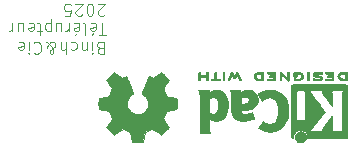
<source format=gbr>
%TF.GenerationSoftware,KiCad,Pcbnew,9.0.0*%
%TF.CreationDate,2025-03-10T22:05:16+01:00*%
%TF.ProjectId,BigBrother_Telerupteur,42696742-726f-4746-9865-725f54656c65,rev?*%
%TF.SameCoordinates,Original*%
%TF.FileFunction,Legend,Top*%
%TF.FilePolarity,Positive*%
%FSLAX46Y46*%
G04 Gerber Fmt 4.6, Leading zero omitted, Abs format (unit mm)*
G04 Created by KiCad (PCBNEW 9.0.0) date 2025-03-10 22:05:16*
%MOMM*%
%LPD*%
G01*
G04 APERTURE LIST*
%ADD10C,0.100000*%
%ADD11C,0.010000*%
G04 APERTURE END LIST*
D10*
X222882782Y-101661278D02*
X222739925Y-101613659D01*
X222739925Y-101613659D02*
X222692306Y-101566040D01*
X222692306Y-101566040D02*
X222644687Y-101470802D01*
X222644687Y-101470802D02*
X222644687Y-101327945D01*
X222644687Y-101327945D02*
X222692306Y-101232707D01*
X222692306Y-101232707D02*
X222739925Y-101185088D01*
X222739925Y-101185088D02*
X222835163Y-101137468D01*
X222835163Y-101137468D02*
X223216115Y-101137468D01*
X223216115Y-101137468D02*
X223216115Y-102137468D01*
X223216115Y-102137468D02*
X222882782Y-102137468D01*
X222882782Y-102137468D02*
X222787544Y-102089849D01*
X222787544Y-102089849D02*
X222739925Y-102042230D01*
X222739925Y-102042230D02*
X222692306Y-101946992D01*
X222692306Y-101946992D02*
X222692306Y-101851754D01*
X222692306Y-101851754D02*
X222739925Y-101756516D01*
X222739925Y-101756516D02*
X222787544Y-101708897D01*
X222787544Y-101708897D02*
X222882782Y-101661278D01*
X222882782Y-101661278D02*
X223216115Y-101661278D01*
X222216115Y-101137468D02*
X222216115Y-101804135D01*
X222216115Y-102137468D02*
X222263734Y-102089849D01*
X222263734Y-102089849D02*
X222216115Y-102042230D01*
X222216115Y-102042230D02*
X222168496Y-102089849D01*
X222168496Y-102089849D02*
X222216115Y-102137468D01*
X222216115Y-102137468D02*
X222216115Y-102042230D01*
X221739925Y-101804135D02*
X221739925Y-101137468D01*
X221739925Y-101708897D02*
X221692306Y-101756516D01*
X221692306Y-101756516D02*
X221597068Y-101804135D01*
X221597068Y-101804135D02*
X221454211Y-101804135D01*
X221454211Y-101804135D02*
X221358973Y-101756516D01*
X221358973Y-101756516D02*
X221311354Y-101661278D01*
X221311354Y-101661278D02*
X221311354Y-101137468D01*
X220406592Y-101185088D02*
X220501830Y-101137468D01*
X220501830Y-101137468D02*
X220692306Y-101137468D01*
X220692306Y-101137468D02*
X220787544Y-101185088D01*
X220787544Y-101185088D02*
X220835163Y-101232707D01*
X220835163Y-101232707D02*
X220882782Y-101327945D01*
X220882782Y-101327945D02*
X220882782Y-101613659D01*
X220882782Y-101613659D02*
X220835163Y-101708897D01*
X220835163Y-101708897D02*
X220787544Y-101756516D01*
X220787544Y-101756516D02*
X220692306Y-101804135D01*
X220692306Y-101804135D02*
X220501830Y-101804135D01*
X220501830Y-101804135D02*
X220406592Y-101756516D01*
X219978020Y-101137468D02*
X219978020Y-102137468D01*
X219549449Y-101137468D02*
X219549449Y-101661278D01*
X219549449Y-101661278D02*
X219597068Y-101756516D01*
X219597068Y-101756516D02*
X219692306Y-101804135D01*
X219692306Y-101804135D02*
X219835163Y-101804135D01*
X219835163Y-101804135D02*
X219930401Y-101756516D01*
X219930401Y-101756516D02*
X219978020Y-101708897D01*
X218263734Y-101137468D02*
X218311354Y-101137468D01*
X218311354Y-101137468D02*
X218406592Y-101185088D01*
X218406592Y-101185088D02*
X218549449Y-101327945D01*
X218549449Y-101327945D02*
X218787544Y-101613659D01*
X218787544Y-101613659D02*
X218882782Y-101756516D01*
X218882782Y-101756516D02*
X218930401Y-101899373D01*
X218930401Y-101899373D02*
X218930401Y-101994611D01*
X218930401Y-101994611D02*
X218882782Y-102089849D01*
X218882782Y-102089849D02*
X218787544Y-102137468D01*
X218787544Y-102137468D02*
X218739925Y-102137468D01*
X218739925Y-102137468D02*
X218644687Y-102089849D01*
X218644687Y-102089849D02*
X218597068Y-101994611D01*
X218597068Y-101994611D02*
X218597068Y-101946992D01*
X218597068Y-101946992D02*
X218644687Y-101851754D01*
X218644687Y-101851754D02*
X218692306Y-101804135D01*
X218692306Y-101804135D02*
X218978020Y-101613659D01*
X218978020Y-101613659D02*
X219025639Y-101566040D01*
X219025639Y-101566040D02*
X219073258Y-101470802D01*
X219073258Y-101470802D02*
X219073258Y-101327945D01*
X219073258Y-101327945D02*
X219025639Y-101232707D01*
X219025639Y-101232707D02*
X218978020Y-101185088D01*
X218978020Y-101185088D02*
X218882782Y-101137468D01*
X218882782Y-101137468D02*
X218739925Y-101137468D01*
X218739925Y-101137468D02*
X218644687Y-101185088D01*
X218644687Y-101185088D02*
X218597068Y-101232707D01*
X218597068Y-101232707D02*
X218454211Y-101423183D01*
X218454211Y-101423183D02*
X218406592Y-101566040D01*
X218406592Y-101566040D02*
X218406592Y-101661278D01*
X217263735Y-101232707D02*
X217311354Y-101185088D01*
X217311354Y-101185088D02*
X217454211Y-101137468D01*
X217454211Y-101137468D02*
X217549449Y-101137468D01*
X217549449Y-101137468D02*
X217692306Y-101185088D01*
X217692306Y-101185088D02*
X217787544Y-101280326D01*
X217787544Y-101280326D02*
X217835163Y-101375564D01*
X217835163Y-101375564D02*
X217882782Y-101566040D01*
X217882782Y-101566040D02*
X217882782Y-101708897D01*
X217882782Y-101708897D02*
X217835163Y-101899373D01*
X217835163Y-101899373D02*
X217787544Y-101994611D01*
X217787544Y-101994611D02*
X217692306Y-102089849D01*
X217692306Y-102089849D02*
X217549449Y-102137468D01*
X217549449Y-102137468D02*
X217454211Y-102137468D01*
X217454211Y-102137468D02*
X217311354Y-102089849D01*
X217311354Y-102089849D02*
X217263735Y-102042230D01*
X216835163Y-101137468D02*
X216835163Y-101804135D01*
X216835163Y-102137468D02*
X216882782Y-102089849D01*
X216882782Y-102089849D02*
X216835163Y-102042230D01*
X216835163Y-102042230D02*
X216787544Y-102089849D01*
X216787544Y-102089849D02*
X216835163Y-102137468D01*
X216835163Y-102137468D02*
X216835163Y-102042230D01*
X215978021Y-101185088D02*
X216073259Y-101137468D01*
X216073259Y-101137468D02*
X216263735Y-101137468D01*
X216263735Y-101137468D02*
X216358973Y-101185088D01*
X216358973Y-101185088D02*
X216406592Y-101280326D01*
X216406592Y-101280326D02*
X216406592Y-101661278D01*
X216406592Y-101661278D02*
X216358973Y-101756516D01*
X216358973Y-101756516D02*
X216263735Y-101804135D01*
X216263735Y-101804135D02*
X216073259Y-101804135D01*
X216073259Y-101804135D02*
X215978021Y-101756516D01*
X215978021Y-101756516D02*
X215930402Y-101661278D01*
X215930402Y-101661278D02*
X215930402Y-101566040D01*
X215930402Y-101566040D02*
X216406592Y-101470802D01*
X223358972Y-100527524D02*
X222787544Y-100527524D01*
X223073258Y-99527524D02*
X223073258Y-100527524D01*
X222073258Y-99575144D02*
X222168496Y-99527524D01*
X222168496Y-99527524D02*
X222358972Y-99527524D01*
X222358972Y-99527524D02*
X222454210Y-99575144D01*
X222454210Y-99575144D02*
X222501829Y-99670382D01*
X222501829Y-99670382D02*
X222501829Y-100051334D01*
X222501829Y-100051334D02*
X222454210Y-100146572D01*
X222454210Y-100146572D02*
X222358972Y-100194191D01*
X222358972Y-100194191D02*
X222168496Y-100194191D01*
X222168496Y-100194191D02*
X222073258Y-100146572D01*
X222073258Y-100146572D02*
X222025639Y-100051334D01*
X222025639Y-100051334D02*
X222025639Y-99956096D01*
X222025639Y-99956096D02*
X222501829Y-99860858D01*
X222168496Y-100575144D02*
X222311353Y-100432286D01*
X221454210Y-99527524D02*
X221549448Y-99575144D01*
X221549448Y-99575144D02*
X221597067Y-99670382D01*
X221597067Y-99670382D02*
X221597067Y-100527524D01*
X220692305Y-99575144D02*
X220787543Y-99527524D01*
X220787543Y-99527524D02*
X220978019Y-99527524D01*
X220978019Y-99527524D02*
X221073257Y-99575144D01*
X221073257Y-99575144D02*
X221120876Y-99670382D01*
X221120876Y-99670382D02*
X221120876Y-100051334D01*
X221120876Y-100051334D02*
X221073257Y-100146572D01*
X221073257Y-100146572D02*
X220978019Y-100194191D01*
X220978019Y-100194191D02*
X220787543Y-100194191D01*
X220787543Y-100194191D02*
X220692305Y-100146572D01*
X220692305Y-100146572D02*
X220644686Y-100051334D01*
X220644686Y-100051334D02*
X220644686Y-99956096D01*
X220644686Y-99956096D02*
X221120876Y-99860858D01*
X220787543Y-100575144D02*
X220930400Y-100432286D01*
X220216114Y-99527524D02*
X220216114Y-100194191D01*
X220216114Y-100003715D02*
X220168495Y-100098953D01*
X220168495Y-100098953D02*
X220120876Y-100146572D01*
X220120876Y-100146572D02*
X220025638Y-100194191D01*
X220025638Y-100194191D02*
X219930400Y-100194191D01*
X219168495Y-100194191D02*
X219168495Y-99527524D01*
X219597066Y-100194191D02*
X219597066Y-99670382D01*
X219597066Y-99670382D02*
X219549447Y-99575144D01*
X219549447Y-99575144D02*
X219454209Y-99527524D01*
X219454209Y-99527524D02*
X219311352Y-99527524D01*
X219311352Y-99527524D02*
X219216114Y-99575144D01*
X219216114Y-99575144D02*
X219168495Y-99622763D01*
X218692304Y-100194191D02*
X218692304Y-99194191D01*
X218692304Y-100146572D02*
X218597066Y-100194191D01*
X218597066Y-100194191D02*
X218406590Y-100194191D01*
X218406590Y-100194191D02*
X218311352Y-100146572D01*
X218311352Y-100146572D02*
X218263733Y-100098953D01*
X218263733Y-100098953D02*
X218216114Y-100003715D01*
X218216114Y-100003715D02*
X218216114Y-99718001D01*
X218216114Y-99718001D02*
X218263733Y-99622763D01*
X218263733Y-99622763D02*
X218311352Y-99575144D01*
X218311352Y-99575144D02*
X218406590Y-99527524D01*
X218406590Y-99527524D02*
X218597066Y-99527524D01*
X218597066Y-99527524D02*
X218692304Y-99575144D01*
X217930399Y-100194191D02*
X217549447Y-100194191D01*
X217787542Y-100527524D02*
X217787542Y-99670382D01*
X217787542Y-99670382D02*
X217739923Y-99575144D01*
X217739923Y-99575144D02*
X217644685Y-99527524D01*
X217644685Y-99527524D02*
X217549447Y-99527524D01*
X216835161Y-99575144D02*
X216930399Y-99527524D01*
X216930399Y-99527524D02*
X217120875Y-99527524D01*
X217120875Y-99527524D02*
X217216113Y-99575144D01*
X217216113Y-99575144D02*
X217263732Y-99670382D01*
X217263732Y-99670382D02*
X217263732Y-100051334D01*
X217263732Y-100051334D02*
X217216113Y-100146572D01*
X217216113Y-100146572D02*
X217120875Y-100194191D01*
X217120875Y-100194191D02*
X216930399Y-100194191D01*
X216930399Y-100194191D02*
X216835161Y-100146572D01*
X216835161Y-100146572D02*
X216787542Y-100051334D01*
X216787542Y-100051334D02*
X216787542Y-99956096D01*
X216787542Y-99956096D02*
X217263732Y-99860858D01*
X215930399Y-100194191D02*
X215930399Y-99527524D01*
X216358970Y-100194191D02*
X216358970Y-99670382D01*
X216358970Y-99670382D02*
X216311351Y-99575144D01*
X216311351Y-99575144D02*
X216216113Y-99527524D01*
X216216113Y-99527524D02*
X216073256Y-99527524D01*
X216073256Y-99527524D02*
X215978018Y-99575144D01*
X215978018Y-99575144D02*
X215930399Y-99622763D01*
X215454208Y-99527524D02*
X215454208Y-100194191D01*
X215454208Y-100003715D02*
X215406589Y-100098953D01*
X215406589Y-100098953D02*
X215358970Y-100146572D01*
X215358970Y-100146572D02*
X215263732Y-100194191D01*
X215263732Y-100194191D02*
X215168494Y-100194191D01*
X223263734Y-98822342D02*
X223216115Y-98869961D01*
X223216115Y-98869961D02*
X223120877Y-98917580D01*
X223120877Y-98917580D02*
X222882782Y-98917580D01*
X222882782Y-98917580D02*
X222787544Y-98869961D01*
X222787544Y-98869961D02*
X222739925Y-98822342D01*
X222739925Y-98822342D02*
X222692306Y-98727104D01*
X222692306Y-98727104D02*
X222692306Y-98631866D01*
X222692306Y-98631866D02*
X222739925Y-98489009D01*
X222739925Y-98489009D02*
X223311353Y-97917580D01*
X223311353Y-97917580D02*
X222692306Y-97917580D01*
X222073258Y-98917580D02*
X221978020Y-98917580D01*
X221978020Y-98917580D02*
X221882782Y-98869961D01*
X221882782Y-98869961D02*
X221835163Y-98822342D01*
X221835163Y-98822342D02*
X221787544Y-98727104D01*
X221787544Y-98727104D02*
X221739925Y-98536628D01*
X221739925Y-98536628D02*
X221739925Y-98298533D01*
X221739925Y-98298533D02*
X221787544Y-98108057D01*
X221787544Y-98108057D02*
X221835163Y-98012819D01*
X221835163Y-98012819D02*
X221882782Y-97965200D01*
X221882782Y-97965200D02*
X221978020Y-97917580D01*
X221978020Y-97917580D02*
X222073258Y-97917580D01*
X222073258Y-97917580D02*
X222168496Y-97965200D01*
X222168496Y-97965200D02*
X222216115Y-98012819D01*
X222216115Y-98012819D02*
X222263734Y-98108057D01*
X222263734Y-98108057D02*
X222311353Y-98298533D01*
X222311353Y-98298533D02*
X222311353Y-98536628D01*
X222311353Y-98536628D02*
X222263734Y-98727104D01*
X222263734Y-98727104D02*
X222216115Y-98822342D01*
X222216115Y-98822342D02*
X222168496Y-98869961D01*
X222168496Y-98869961D02*
X222073258Y-98917580D01*
X221358972Y-98822342D02*
X221311353Y-98869961D01*
X221311353Y-98869961D02*
X221216115Y-98917580D01*
X221216115Y-98917580D02*
X220978020Y-98917580D01*
X220978020Y-98917580D02*
X220882782Y-98869961D01*
X220882782Y-98869961D02*
X220835163Y-98822342D01*
X220835163Y-98822342D02*
X220787544Y-98727104D01*
X220787544Y-98727104D02*
X220787544Y-98631866D01*
X220787544Y-98631866D02*
X220835163Y-98489009D01*
X220835163Y-98489009D02*
X221406591Y-97917580D01*
X221406591Y-97917580D02*
X220787544Y-97917580D01*
X219882782Y-98917580D02*
X220358972Y-98917580D01*
X220358972Y-98917580D02*
X220406591Y-98441390D01*
X220406591Y-98441390D02*
X220358972Y-98489009D01*
X220358972Y-98489009D02*
X220263734Y-98536628D01*
X220263734Y-98536628D02*
X220025639Y-98536628D01*
X220025639Y-98536628D02*
X219930401Y-98489009D01*
X219930401Y-98489009D02*
X219882782Y-98441390D01*
X219882782Y-98441390D02*
X219835163Y-98346152D01*
X219835163Y-98346152D02*
X219835163Y-98108057D01*
X219835163Y-98108057D02*
X219882782Y-98012819D01*
X219882782Y-98012819D02*
X219930401Y-97965200D01*
X219930401Y-97965200D02*
X220025639Y-97917580D01*
X220025639Y-97917580D02*
X220263734Y-97917580D01*
X220263734Y-97917580D02*
X220358972Y-97965200D01*
X220358972Y-97965200D02*
X220406591Y-98012819D01*
D11*
%TO.C,REF\u002A\u002A*%
X224074357Y-103742088D02*
X224119200Y-103768980D01*
X224179679Y-103808264D01*
X224226211Y-103839883D01*
X224310525Y-103897902D01*
X224410374Y-103966216D01*
X224510527Y-104034421D01*
X224564373Y-104070925D01*
X224746629Y-104194200D01*
X224899619Y-104111480D01*
X224969318Y-104075241D01*
X225028586Y-104047074D01*
X225068689Y-104031009D01*
X225078897Y-104028774D01*
X225091171Y-104045278D01*
X225115387Y-104091918D01*
X225149737Y-104164391D01*
X225192412Y-104258394D01*
X225241606Y-104369626D01*
X225295510Y-104493785D01*
X225352316Y-104626568D01*
X225410218Y-104763673D01*
X225467407Y-104900798D01*
X225522076Y-105033642D01*
X225572416Y-105157902D01*
X225616620Y-105269275D01*
X225652881Y-105363461D01*
X225679391Y-105436156D01*
X225694342Y-105483059D01*
X225696746Y-105499167D01*
X225677689Y-105519714D01*
X225635964Y-105553067D01*
X225580294Y-105592298D01*
X225575622Y-105595401D01*
X225431736Y-105710577D01*
X225315717Y-105844947D01*
X225228570Y-105994216D01*
X225171301Y-106154087D01*
X225144914Y-106320263D01*
X225150415Y-106488448D01*
X225188810Y-106654345D01*
X225261105Y-106813658D01*
X225282374Y-106848513D01*
X225393004Y-106989263D01*
X225523698Y-107102286D01*
X225669936Y-107186997D01*
X225827192Y-107242806D01*
X225990943Y-107269126D01*
X226156667Y-107265370D01*
X226319838Y-107230950D01*
X226475935Y-107165277D01*
X226620433Y-107067765D01*
X226665131Y-107028187D01*
X226778888Y-106904297D01*
X226861782Y-106773876D01*
X226918644Y-106627685D01*
X226950313Y-106482912D01*
X226958131Y-106320140D01*
X226932062Y-106156560D01*
X226874755Y-105997702D01*
X226788856Y-105849094D01*
X226677014Y-105716265D01*
X226541877Y-105604744D01*
X226524117Y-105592989D01*
X226467850Y-105554492D01*
X226425077Y-105521137D01*
X226404628Y-105499840D01*
X226404331Y-105499167D01*
X226408721Y-105476129D01*
X226426124Y-105423843D01*
X226454732Y-105346610D01*
X226492735Y-105248732D01*
X226538326Y-105134509D01*
X226589697Y-105008242D01*
X226645038Y-104874233D01*
X226702542Y-104736782D01*
X226760399Y-104600192D01*
X226816802Y-104468763D01*
X226869942Y-104346795D01*
X226918010Y-104238591D01*
X226959199Y-104148451D01*
X226991699Y-104080677D01*
X227013703Y-104039570D01*
X227022564Y-104028774D01*
X227049640Y-104037181D01*
X227100303Y-104059728D01*
X227165817Y-104092387D01*
X227201841Y-104111480D01*
X227354832Y-104194200D01*
X227537088Y-104070925D01*
X227630125Y-104007772D01*
X227731985Y-103938273D01*
X227827438Y-103872835D01*
X227875250Y-103839883D01*
X227942495Y-103794727D01*
X227999436Y-103758943D01*
X228038646Y-103737062D01*
X228051381Y-103732437D01*
X228069917Y-103744915D01*
X228110941Y-103779748D01*
X228170475Y-103833322D01*
X228244542Y-103902017D01*
X228329165Y-103982219D01*
X228382685Y-104033714D01*
X228476319Y-104125714D01*
X228557241Y-104208001D01*
X228622177Y-104277055D01*
X228667858Y-104329356D01*
X228691011Y-104361384D01*
X228693232Y-104367884D01*
X228682924Y-104392606D01*
X228654439Y-104442595D01*
X228610937Y-104512788D01*
X228555577Y-104598125D01*
X228491520Y-104693544D01*
X228473303Y-104720146D01*
X228406927Y-104816833D01*
X228347378Y-104903883D01*
X228297984Y-104976405D01*
X228262075Y-105029507D01*
X228242981Y-105058297D01*
X228241136Y-105061274D01*
X228243895Y-105084218D01*
X228258538Y-105134664D01*
X228282513Y-105205959D01*
X228313266Y-105291453D01*
X228348244Y-105384493D01*
X228384893Y-105478426D01*
X228420661Y-105566601D01*
X228452994Y-105642366D01*
X228479338Y-105699069D01*
X228497142Y-105730057D01*
X228498407Y-105731543D01*
X228509294Y-105740399D01*
X228527682Y-105749157D01*
X228557606Y-105758723D01*
X228603103Y-105770004D01*
X228668209Y-105783907D01*
X228756961Y-105801337D01*
X228873393Y-105823202D01*
X229021542Y-105850409D01*
X229053618Y-105856259D01*
X229148686Y-105874626D01*
X229231565Y-105892595D01*
X229294930Y-105908431D01*
X229331458Y-105920400D01*
X229336356Y-105923190D01*
X229344427Y-105947928D01*
X229350987Y-106003210D01*
X229356033Y-106082611D01*
X229359559Y-106179704D01*
X229361561Y-106288062D01*
X229362036Y-106401260D01*
X229360977Y-106512872D01*
X229358382Y-106616471D01*
X229354246Y-106705632D01*
X229348563Y-106773928D01*
X229341331Y-106814934D01*
X229336971Y-106823326D01*
X229312698Y-106831792D01*
X229257426Y-106845565D01*
X229176662Y-106863450D01*
X229075912Y-106884252D01*
X228960683Y-106906777D01*
X228897902Y-106918582D01*
X228778787Y-106940849D01*
X228672565Y-106961021D01*
X228584427Y-106978085D01*
X228519566Y-106991031D01*
X228483174Y-106998845D01*
X228477184Y-107000578D01*
X228467061Y-107020110D01*
X228445662Y-107067157D01*
X228415839Y-107134997D01*
X228380445Y-107216909D01*
X228342332Y-107306172D01*
X228304353Y-107396065D01*
X228269360Y-107479865D01*
X228240206Y-107550853D01*
X228219743Y-107602306D01*
X228210823Y-107627503D01*
X228210657Y-107628604D01*
X228220769Y-107648481D01*
X228249117Y-107694223D01*
X228292723Y-107761283D01*
X228348606Y-107845116D01*
X228413787Y-107941174D01*
X228451679Y-107996350D01*
X228520725Y-108097519D01*
X228582050Y-108189370D01*
X228632663Y-108267256D01*
X228669571Y-108326531D01*
X228689782Y-108362549D01*
X228692701Y-108370623D01*
X228680153Y-108389416D01*
X228645463Y-108429543D01*
X228593063Y-108486507D01*
X228527384Y-108555815D01*
X228452856Y-108632969D01*
X228373913Y-108713475D01*
X228294983Y-108792837D01*
X228220500Y-108866560D01*
X228154894Y-108930148D01*
X228102596Y-108979106D01*
X228068039Y-109008939D01*
X228056478Y-109016058D01*
X228037654Y-109006047D01*
X227992631Y-108977922D01*
X227925787Y-108934546D01*
X227841499Y-108878782D01*
X227744144Y-108813494D01*
X227670707Y-108763754D01*
X227299667Y-108511449D01*
X226681095Y-108766445D01*
X226597275Y-109211069D01*
X226513454Y-109655693D01*
X225588006Y-109655693D01*
X225504186Y-109211069D01*
X225420365Y-108766445D01*
X225111080Y-108638947D01*
X224801794Y-108511449D01*
X224430754Y-108763754D01*
X224326843Y-108834004D01*
X224232913Y-108896728D01*
X224153348Y-108949062D01*
X224092530Y-108988143D01*
X224054843Y-109011107D01*
X224044579Y-109016058D01*
X224026090Y-109003324D01*
X223986580Y-108968118D01*
X223930478Y-108914938D01*
X223862213Y-108848282D01*
X223786214Y-108772646D01*
X223706908Y-108692528D01*
X223628725Y-108612426D01*
X223556093Y-108536836D01*
X223493441Y-108470255D01*
X223445197Y-108417182D01*
X223415790Y-108382113D01*
X223408759Y-108370377D01*
X223418877Y-108348740D01*
X223447241Y-108301338D01*
X223490871Y-108232807D01*
X223546782Y-108147785D01*
X223611994Y-108050907D01*
X223649781Y-107995650D01*
X223718657Y-107894752D01*
X223779860Y-107803701D01*
X223830422Y-107727030D01*
X223867372Y-107669272D01*
X223887742Y-107634957D01*
X223890803Y-107627746D01*
X223883864Y-107607252D01*
X223864949Y-107559487D01*
X223836913Y-107491168D01*
X223802609Y-107409011D01*
X223764891Y-107319730D01*
X223726613Y-107230042D01*
X223690630Y-107146662D01*
X223659794Y-107076306D01*
X223636961Y-107025690D01*
X223624983Y-107001529D01*
X223624276Y-107000578D01*
X223605469Y-106995964D01*
X223555382Y-106985672D01*
X223479207Y-106970713D01*
X223382135Y-106952099D01*
X223269357Y-106930841D01*
X223203558Y-106918582D01*
X223083050Y-106895638D01*
X222974203Y-106873805D01*
X222882524Y-106854278D01*
X222813519Y-106838252D01*
X222772696Y-106826921D01*
X222764489Y-106823326D01*
X222756452Y-106798994D01*
X222749967Y-106744041D01*
X222745030Y-106664892D01*
X222741636Y-106567974D01*
X222739782Y-106459713D01*
X222739462Y-106346535D01*
X222740673Y-106234865D01*
X222743410Y-106131132D01*
X222747669Y-106041759D01*
X222753445Y-105973174D01*
X222760733Y-105931803D01*
X222765105Y-105923190D01*
X222791236Y-105912867D01*
X222846607Y-105898108D01*
X222923893Y-105880648D01*
X223015770Y-105862220D01*
X223047842Y-105856259D01*
X223202476Y-105827934D01*
X223324625Y-105805124D01*
X223418327Y-105786920D01*
X223487616Y-105772417D01*
X223536529Y-105760708D01*
X223569103Y-105750885D01*
X223589372Y-105742044D01*
X223601374Y-105733276D01*
X223603053Y-105731543D01*
X223619816Y-105703629D01*
X223645386Y-105649305D01*
X223677212Y-105575223D01*
X223712740Y-105488035D01*
X223749417Y-105394392D01*
X223784689Y-105300948D01*
X223816004Y-105214353D01*
X223840807Y-105141260D01*
X223856546Y-105088322D01*
X223860668Y-105062189D01*
X223860324Y-105061274D01*
X223846359Y-105039914D01*
X223814678Y-104992916D01*
X223768609Y-104925173D01*
X223711482Y-104841577D01*
X223646627Y-104747018D01*
X223628157Y-104720146D01*
X223562301Y-104622725D01*
X223504350Y-104533837D01*
X223457462Y-104458588D01*
X223424793Y-104402080D01*
X223409500Y-104369419D01*
X223408759Y-104365407D01*
X223421608Y-104344316D01*
X223457112Y-104302536D01*
X223510707Y-104244555D01*
X223577829Y-104174865D01*
X223653913Y-104097955D01*
X223734396Y-104018317D01*
X223814713Y-103940439D01*
X223890301Y-103868814D01*
X223956595Y-103807930D01*
X224009031Y-103762279D01*
X224043045Y-103736350D01*
X224052455Y-103732117D01*
X224074357Y-103742088D01*
G36*
X224074357Y-103742088D02*
G01*
X224119200Y-103768980D01*
X224179679Y-103808264D01*
X224226211Y-103839883D01*
X224310525Y-103897902D01*
X224410374Y-103966216D01*
X224510527Y-104034421D01*
X224564373Y-104070925D01*
X224746629Y-104194200D01*
X224899619Y-104111480D01*
X224969318Y-104075241D01*
X225028586Y-104047074D01*
X225068689Y-104031009D01*
X225078897Y-104028774D01*
X225091171Y-104045278D01*
X225115387Y-104091918D01*
X225149737Y-104164391D01*
X225192412Y-104258394D01*
X225241606Y-104369626D01*
X225295510Y-104493785D01*
X225352316Y-104626568D01*
X225410218Y-104763673D01*
X225467407Y-104900798D01*
X225522076Y-105033642D01*
X225572416Y-105157902D01*
X225616620Y-105269275D01*
X225652881Y-105363461D01*
X225679391Y-105436156D01*
X225694342Y-105483059D01*
X225696746Y-105499167D01*
X225677689Y-105519714D01*
X225635964Y-105553067D01*
X225580294Y-105592298D01*
X225575622Y-105595401D01*
X225431736Y-105710577D01*
X225315717Y-105844947D01*
X225228570Y-105994216D01*
X225171301Y-106154087D01*
X225144914Y-106320263D01*
X225150415Y-106488448D01*
X225188810Y-106654345D01*
X225261105Y-106813658D01*
X225282374Y-106848513D01*
X225393004Y-106989263D01*
X225523698Y-107102286D01*
X225669936Y-107186997D01*
X225827192Y-107242806D01*
X225990943Y-107269126D01*
X226156667Y-107265370D01*
X226319838Y-107230950D01*
X226475935Y-107165277D01*
X226620433Y-107067765D01*
X226665131Y-107028187D01*
X226778888Y-106904297D01*
X226861782Y-106773876D01*
X226918644Y-106627685D01*
X226950313Y-106482912D01*
X226958131Y-106320140D01*
X226932062Y-106156560D01*
X226874755Y-105997702D01*
X226788856Y-105849094D01*
X226677014Y-105716265D01*
X226541877Y-105604744D01*
X226524117Y-105592989D01*
X226467850Y-105554492D01*
X226425077Y-105521137D01*
X226404628Y-105499840D01*
X226404331Y-105499167D01*
X226408721Y-105476129D01*
X226426124Y-105423843D01*
X226454732Y-105346610D01*
X226492735Y-105248732D01*
X226538326Y-105134509D01*
X226589697Y-105008242D01*
X226645038Y-104874233D01*
X226702542Y-104736782D01*
X226760399Y-104600192D01*
X226816802Y-104468763D01*
X226869942Y-104346795D01*
X226918010Y-104238591D01*
X226959199Y-104148451D01*
X226991699Y-104080677D01*
X227013703Y-104039570D01*
X227022564Y-104028774D01*
X227049640Y-104037181D01*
X227100303Y-104059728D01*
X227165817Y-104092387D01*
X227201841Y-104111480D01*
X227354832Y-104194200D01*
X227537088Y-104070925D01*
X227630125Y-104007772D01*
X227731985Y-103938273D01*
X227827438Y-103872835D01*
X227875250Y-103839883D01*
X227942495Y-103794727D01*
X227999436Y-103758943D01*
X228038646Y-103737062D01*
X228051381Y-103732437D01*
X228069917Y-103744915D01*
X228110941Y-103779748D01*
X228170475Y-103833322D01*
X228244542Y-103902017D01*
X228329165Y-103982219D01*
X228382685Y-104033714D01*
X228476319Y-104125714D01*
X228557241Y-104208001D01*
X228622177Y-104277055D01*
X228667858Y-104329356D01*
X228691011Y-104361384D01*
X228693232Y-104367884D01*
X228682924Y-104392606D01*
X228654439Y-104442595D01*
X228610937Y-104512788D01*
X228555577Y-104598125D01*
X228491520Y-104693544D01*
X228473303Y-104720146D01*
X228406927Y-104816833D01*
X228347378Y-104903883D01*
X228297984Y-104976405D01*
X228262075Y-105029507D01*
X228242981Y-105058297D01*
X228241136Y-105061274D01*
X228243895Y-105084218D01*
X228258538Y-105134664D01*
X228282513Y-105205959D01*
X228313266Y-105291453D01*
X228348244Y-105384493D01*
X228384893Y-105478426D01*
X228420661Y-105566601D01*
X228452994Y-105642366D01*
X228479338Y-105699069D01*
X228497142Y-105730057D01*
X228498407Y-105731543D01*
X228509294Y-105740399D01*
X228527682Y-105749157D01*
X228557606Y-105758723D01*
X228603103Y-105770004D01*
X228668209Y-105783907D01*
X228756961Y-105801337D01*
X228873393Y-105823202D01*
X229021542Y-105850409D01*
X229053618Y-105856259D01*
X229148686Y-105874626D01*
X229231565Y-105892595D01*
X229294930Y-105908431D01*
X229331458Y-105920400D01*
X229336356Y-105923190D01*
X229344427Y-105947928D01*
X229350987Y-106003210D01*
X229356033Y-106082611D01*
X229359559Y-106179704D01*
X229361561Y-106288062D01*
X229362036Y-106401260D01*
X229360977Y-106512872D01*
X229358382Y-106616471D01*
X229354246Y-106705632D01*
X229348563Y-106773928D01*
X229341331Y-106814934D01*
X229336971Y-106823326D01*
X229312698Y-106831792D01*
X229257426Y-106845565D01*
X229176662Y-106863450D01*
X229075912Y-106884252D01*
X228960683Y-106906777D01*
X228897902Y-106918582D01*
X228778787Y-106940849D01*
X228672565Y-106961021D01*
X228584427Y-106978085D01*
X228519566Y-106991031D01*
X228483174Y-106998845D01*
X228477184Y-107000578D01*
X228467061Y-107020110D01*
X228445662Y-107067157D01*
X228415839Y-107134997D01*
X228380445Y-107216909D01*
X228342332Y-107306172D01*
X228304353Y-107396065D01*
X228269360Y-107479865D01*
X228240206Y-107550853D01*
X228219743Y-107602306D01*
X228210823Y-107627503D01*
X228210657Y-107628604D01*
X228220769Y-107648481D01*
X228249117Y-107694223D01*
X228292723Y-107761283D01*
X228348606Y-107845116D01*
X228413787Y-107941174D01*
X228451679Y-107996350D01*
X228520725Y-108097519D01*
X228582050Y-108189370D01*
X228632663Y-108267256D01*
X228669571Y-108326531D01*
X228689782Y-108362549D01*
X228692701Y-108370623D01*
X228680153Y-108389416D01*
X228645463Y-108429543D01*
X228593063Y-108486507D01*
X228527384Y-108555815D01*
X228452856Y-108632969D01*
X228373913Y-108713475D01*
X228294983Y-108792837D01*
X228220500Y-108866560D01*
X228154894Y-108930148D01*
X228102596Y-108979106D01*
X228068039Y-109008939D01*
X228056478Y-109016058D01*
X228037654Y-109006047D01*
X227992631Y-108977922D01*
X227925787Y-108934546D01*
X227841499Y-108878782D01*
X227744144Y-108813494D01*
X227670707Y-108763754D01*
X227299667Y-108511449D01*
X226681095Y-108766445D01*
X226597275Y-109211069D01*
X226513454Y-109655693D01*
X225588006Y-109655693D01*
X225504186Y-109211069D01*
X225420365Y-108766445D01*
X225111080Y-108638947D01*
X224801794Y-108511449D01*
X224430754Y-108763754D01*
X224326843Y-108834004D01*
X224232913Y-108896728D01*
X224153348Y-108949062D01*
X224092530Y-108988143D01*
X224054843Y-109011107D01*
X224044579Y-109016058D01*
X224026090Y-109003324D01*
X223986580Y-108968118D01*
X223930478Y-108914938D01*
X223862213Y-108848282D01*
X223786214Y-108772646D01*
X223706908Y-108692528D01*
X223628725Y-108612426D01*
X223556093Y-108536836D01*
X223493441Y-108470255D01*
X223445197Y-108417182D01*
X223415790Y-108382113D01*
X223408759Y-108370377D01*
X223418877Y-108348740D01*
X223447241Y-108301338D01*
X223490871Y-108232807D01*
X223546782Y-108147785D01*
X223611994Y-108050907D01*
X223649781Y-107995650D01*
X223718657Y-107894752D01*
X223779860Y-107803701D01*
X223830422Y-107727030D01*
X223867372Y-107669272D01*
X223887742Y-107634957D01*
X223890803Y-107627746D01*
X223883864Y-107607252D01*
X223864949Y-107559487D01*
X223836913Y-107491168D01*
X223802609Y-107409011D01*
X223764891Y-107319730D01*
X223726613Y-107230042D01*
X223690630Y-107146662D01*
X223659794Y-107076306D01*
X223636961Y-107025690D01*
X223624983Y-107001529D01*
X223624276Y-107000578D01*
X223605469Y-106995964D01*
X223555382Y-106985672D01*
X223479207Y-106970713D01*
X223382135Y-106952099D01*
X223269357Y-106930841D01*
X223203558Y-106918582D01*
X223083050Y-106895638D01*
X222974203Y-106873805D01*
X222882524Y-106854278D01*
X222813519Y-106838252D01*
X222772696Y-106826921D01*
X222764489Y-106823326D01*
X222756452Y-106798994D01*
X222749967Y-106744041D01*
X222745030Y-106664892D01*
X222741636Y-106567974D01*
X222739782Y-106459713D01*
X222739462Y-106346535D01*
X222740673Y-106234865D01*
X222743410Y-106131132D01*
X222747669Y-106041759D01*
X222753445Y-105973174D01*
X222760733Y-105931803D01*
X222765105Y-105923190D01*
X222791236Y-105912867D01*
X222846607Y-105898108D01*
X222923893Y-105880648D01*
X223015770Y-105862220D01*
X223047842Y-105856259D01*
X223202476Y-105827934D01*
X223324625Y-105805124D01*
X223418327Y-105786920D01*
X223487616Y-105772417D01*
X223536529Y-105760708D01*
X223569103Y-105750885D01*
X223589372Y-105742044D01*
X223601374Y-105733276D01*
X223603053Y-105731543D01*
X223619816Y-105703629D01*
X223645386Y-105649305D01*
X223677212Y-105575223D01*
X223712740Y-105488035D01*
X223749417Y-105394392D01*
X223784689Y-105300948D01*
X223816004Y-105214353D01*
X223840807Y-105141260D01*
X223856546Y-105088322D01*
X223860668Y-105062189D01*
X223860324Y-105061274D01*
X223846359Y-105039914D01*
X223814678Y-104992916D01*
X223768609Y-104925173D01*
X223711482Y-104841577D01*
X223646627Y-104747018D01*
X223628157Y-104720146D01*
X223562301Y-104622725D01*
X223504350Y-104533837D01*
X223457462Y-104458588D01*
X223424793Y-104402080D01*
X223409500Y-104369419D01*
X223408759Y-104365407D01*
X223421608Y-104344316D01*
X223457112Y-104302536D01*
X223510707Y-104244555D01*
X223577829Y-104174865D01*
X223653913Y-104097955D01*
X223734396Y-104018317D01*
X223814713Y-103940439D01*
X223890301Y-103868814D01*
X223956595Y-103807930D01*
X224009031Y-103762279D01*
X224043045Y-103736350D01*
X224052455Y-103732117D01*
X224074357Y-103742088D01*
G37*
X233339767Y-103681261D02*
X233371127Y-103698736D01*
X233397778Y-103720316D01*
X233397778Y-104367773D01*
X233371127Y-104389353D01*
X233345406Y-104405051D01*
X233324400Y-104410933D01*
X233301386Y-104404123D01*
X233277673Y-104389353D01*
X233251022Y-104367773D01*
X233251022Y-104046227D01*
X233251107Y-103952170D01*
X233251471Y-103878068D01*
X233252276Y-103821296D01*
X233253687Y-103779232D01*
X233255867Y-103749252D01*
X233258979Y-103728733D01*
X233263186Y-103715051D01*
X233268652Y-103705584D01*
X233272528Y-103700918D01*
X233303966Y-103680425D01*
X233339767Y-103681261D01*
G36*
X233339767Y-103681261D02*
G01*
X233371127Y-103698736D01*
X233397778Y-103720316D01*
X233397778Y-104367773D01*
X233371127Y-104389353D01*
X233345406Y-104405051D01*
X233324400Y-104410933D01*
X233301386Y-104404123D01*
X233277673Y-104389353D01*
X233251022Y-104367773D01*
X233251022Y-104046227D01*
X233251107Y-103952170D01*
X233251471Y-103878068D01*
X233252276Y-103821296D01*
X233253687Y-103779232D01*
X233255867Y-103749252D01*
X233258979Y-103728733D01*
X233263186Y-103715051D01*
X233268652Y-103705584D01*
X233272528Y-103700918D01*
X233303966Y-103680425D01*
X233339767Y-103681261D01*
G37*
X240481991Y-103681819D02*
X240513455Y-103703283D01*
X240520684Y-103711663D01*
X240526334Y-103721386D01*
X240530599Y-103735139D01*
X240533673Y-103755611D01*
X240535752Y-103785488D01*
X240537030Y-103827459D01*
X240537701Y-103884211D01*
X240537959Y-103958433D01*
X240538000Y-104042463D01*
X240538000Y-104355515D01*
X240510291Y-104383224D01*
X240476137Y-104406537D01*
X240443006Y-104407377D01*
X240413822Y-104388355D01*
X240407242Y-104380782D01*
X240402079Y-104371013D01*
X240398164Y-104356429D01*
X240395324Y-104334415D01*
X240393387Y-104302352D01*
X240392183Y-104257625D01*
X240391539Y-104197615D01*
X240391284Y-104119706D01*
X240391245Y-104044044D01*
X240391314Y-103950198D01*
X240391638Y-103876311D01*
X240392386Y-103819768D01*
X240393732Y-103777951D01*
X240395846Y-103748243D01*
X240398900Y-103728027D01*
X240403066Y-103714686D01*
X240408516Y-103705602D01*
X240413822Y-103699733D01*
X240446826Y-103680053D01*
X240481991Y-103681819D01*
G36*
X240481991Y-103681819D02*
G01*
X240513455Y-103703283D01*
X240520684Y-103711663D01*
X240526334Y-103721386D01*
X240530599Y-103735139D01*
X240533673Y-103755611D01*
X240535752Y-103785488D01*
X240537030Y-103827459D01*
X240537701Y-103884211D01*
X240537959Y-103958433D01*
X240538000Y-104042463D01*
X240538000Y-104355515D01*
X240510291Y-104383224D01*
X240476137Y-104406537D01*
X240443006Y-104407377D01*
X240413822Y-104388355D01*
X240407242Y-104380782D01*
X240402079Y-104371013D01*
X240398164Y-104356429D01*
X240395324Y-104334415D01*
X240393387Y-104302352D01*
X240392183Y-104257625D01*
X240391539Y-104197615D01*
X240391284Y-104119706D01*
X240391245Y-104044044D01*
X240391314Y-103950198D01*
X240391638Y-103876311D01*
X240392386Y-103819768D01*
X240393732Y-103777951D01*
X240395846Y-103748243D01*
X240398900Y-103728027D01*
X240403066Y-103714686D01*
X240408516Y-103705602D01*
X240413822Y-103699733D01*
X240446826Y-103680053D01*
X240481991Y-103681819D01*
G37*
X239864960Y-108726906D02*
X239905434Y-108733775D01*
X239938531Y-108740750D01*
X240031947Y-108772259D01*
X240115619Y-108823383D01*
X240187665Y-108892571D01*
X240246200Y-108978272D01*
X240260148Y-109005511D01*
X240276586Y-109041878D01*
X240286894Y-109072418D01*
X240292460Y-109104550D01*
X240294669Y-109145693D01*
X240294948Y-109191778D01*
X240290861Y-109276135D01*
X240277446Y-109345414D01*
X240252256Y-109406039D01*
X240212846Y-109464433D01*
X240174298Y-109508698D01*
X240102406Y-109574516D01*
X240027313Y-109619947D01*
X239944562Y-109647150D01*
X239866928Y-109657424D01*
X239763043Y-109653429D01*
X239666768Y-109629191D01*
X239580184Y-109586359D01*
X239505373Y-109526581D01*
X239444418Y-109451506D01*
X239399399Y-109362780D01*
X239373136Y-109266470D01*
X239367286Y-109169205D01*
X239382140Y-109075346D01*
X239415840Y-108987489D01*
X239466528Y-108908230D01*
X239532345Y-108840164D01*
X239611434Y-108785888D01*
X239701934Y-108747998D01*
X239753200Y-108735574D01*
X239797698Y-108728053D01*
X239831999Y-108725081D01*
X239864960Y-108726906D01*
G36*
X239864960Y-108726906D02*
G01*
X239905434Y-108733775D01*
X239938531Y-108740750D01*
X240031947Y-108772259D01*
X240115619Y-108823383D01*
X240187665Y-108892571D01*
X240246200Y-108978272D01*
X240260148Y-109005511D01*
X240276586Y-109041878D01*
X240286894Y-109072418D01*
X240292460Y-109104550D01*
X240294669Y-109145693D01*
X240294948Y-109191778D01*
X240290861Y-109276135D01*
X240277446Y-109345414D01*
X240252256Y-109406039D01*
X240212846Y-109464433D01*
X240174298Y-109508698D01*
X240102406Y-109574516D01*
X240027313Y-109619947D01*
X239944562Y-109647150D01*
X239866928Y-109657424D01*
X239763043Y-109653429D01*
X239666768Y-109629191D01*
X239580184Y-109586359D01*
X239505373Y-109526581D01*
X239444418Y-109451506D01*
X239399399Y-109362780D01*
X239373136Y-109266470D01*
X239367286Y-109169205D01*
X239382140Y-109075346D01*
X239415840Y-108987489D01*
X239466528Y-108908230D01*
X239532345Y-108840164D01*
X239611434Y-108785888D01*
X239701934Y-108747998D01*
X239753200Y-108735574D01*
X239797698Y-108728053D01*
X239831999Y-108725081D01*
X239864960Y-108726906D01*
G37*
X232646646Y-103681452D02*
X232677824Y-103704094D01*
X232680114Y-103706900D01*
X232687571Y-103717508D01*
X232693253Y-103729919D01*
X232697399Y-103747150D01*
X232700250Y-103772216D01*
X232702046Y-103808133D01*
X232703028Y-103857917D01*
X232703436Y-103924583D01*
X232703511Y-104000411D01*
X232703511Y-104264178D01*
X232842873Y-104264178D01*
X232902678Y-104264582D01*
X232944082Y-104266160D01*
X232971252Y-104269453D01*
X232988354Y-104275008D01*
X232999557Y-104283369D01*
X233000917Y-104284822D01*
X233017275Y-104318061D01*
X233015828Y-104355638D01*
X232997022Y-104388355D01*
X232989750Y-104394702D01*
X232980373Y-104399734D01*
X232966391Y-104403604D01*
X232945304Y-104406463D01*
X232914611Y-104408465D01*
X232871811Y-104409761D01*
X232814405Y-104410502D01*
X232739890Y-104410842D01*
X232645767Y-104410932D01*
X232625740Y-104410933D01*
X232526935Y-104410837D01*
X232448228Y-104410458D01*
X232387137Y-104409667D01*
X232341183Y-104408330D01*
X232307886Y-104406317D01*
X232284764Y-104403494D01*
X232269338Y-104399731D01*
X232259129Y-104394895D01*
X232254187Y-104391178D01*
X232228543Y-104358642D01*
X232225441Y-104324862D01*
X232241289Y-104294174D01*
X232251652Y-104281911D01*
X232262804Y-104273550D01*
X232278965Y-104268343D01*
X232304358Y-104265543D01*
X232343202Y-104264404D01*
X232399720Y-104264179D01*
X232410820Y-104264178D01*
X232556756Y-104264178D01*
X232556756Y-103993244D01*
X232556852Y-103907846D01*
X232557289Y-103842136D01*
X232558288Y-103793226D01*
X232560072Y-103758227D01*
X232562863Y-103734251D01*
X232566883Y-103718407D01*
X232572355Y-103707809D01*
X232579334Y-103699733D01*
X232612266Y-103679888D01*
X232646646Y-103681452D01*
G36*
X232646646Y-103681452D02*
G01*
X232677824Y-103704094D01*
X232680114Y-103706900D01*
X232687571Y-103717508D01*
X232693253Y-103729919D01*
X232697399Y-103747150D01*
X232700250Y-103772216D01*
X232702046Y-103808133D01*
X232703028Y-103857917D01*
X232703436Y-103924583D01*
X232703511Y-104000411D01*
X232703511Y-104264178D01*
X232842873Y-104264178D01*
X232902678Y-104264582D01*
X232944082Y-104266160D01*
X232971252Y-104269453D01*
X232988354Y-104275008D01*
X232999557Y-104283369D01*
X233000917Y-104284822D01*
X233017275Y-104318061D01*
X233015828Y-104355638D01*
X232997022Y-104388355D01*
X232989750Y-104394702D01*
X232980373Y-104399734D01*
X232966391Y-104403604D01*
X232945304Y-104406463D01*
X232914611Y-104408465D01*
X232871811Y-104409761D01*
X232814405Y-104410502D01*
X232739890Y-104410842D01*
X232645767Y-104410932D01*
X232625740Y-104410933D01*
X232526935Y-104410837D01*
X232448228Y-104410458D01*
X232387137Y-104409667D01*
X232341183Y-104408330D01*
X232307886Y-104406317D01*
X232284764Y-104403494D01*
X232269338Y-104399731D01*
X232259129Y-104394895D01*
X232254187Y-104391178D01*
X232228543Y-104358642D01*
X232225441Y-104324862D01*
X232241289Y-104294174D01*
X232251652Y-104281911D01*
X232262804Y-104273550D01*
X232278965Y-104268343D01*
X232304358Y-104265543D01*
X232343202Y-104264404D01*
X232399720Y-104264179D01*
X232410820Y-104264178D01*
X232556756Y-104264178D01*
X232556756Y-103993244D01*
X232556852Y-103907846D01*
X232557289Y-103842136D01*
X232558288Y-103793226D01*
X232560072Y-103758227D01*
X232562863Y-103734251D01*
X232566883Y-103718407D01*
X232572355Y-103707809D01*
X232579334Y-103699733D01*
X232612266Y-103679888D01*
X232646646Y-103681452D01*
G37*
X231968262Y-103696911D02*
X231977396Y-103706041D01*
X231983848Y-103718145D01*
X231988103Y-103736999D01*
X231990648Y-103766380D01*
X231991971Y-103810063D01*
X231992557Y-103871825D01*
X231992625Y-103886000D01*
X231993109Y-104002369D01*
X231993359Y-104098273D01*
X231993277Y-104175823D01*
X231992769Y-104237131D01*
X231991738Y-104284310D01*
X231990087Y-104319470D01*
X231987721Y-104344724D01*
X231984543Y-104362183D01*
X231980456Y-104373959D01*
X231975366Y-104382165D01*
X231969734Y-104388355D01*
X231937872Y-104408156D01*
X231904643Y-104405467D01*
X231873265Y-104383224D01*
X231860567Y-104368874D01*
X231852474Y-104353022D01*
X231847958Y-104330446D01*
X231845994Y-104295922D01*
X231845556Y-104244224D01*
X231845556Y-104128711D01*
X231348845Y-104128711D01*
X231348845Y-104247244D01*
X231348338Y-104301852D01*
X231346302Y-104338725D01*
X231341965Y-104362693D01*
X231334553Y-104378585D01*
X231326267Y-104388355D01*
X231294406Y-104408156D01*
X231261177Y-104405467D01*
X231229798Y-104383224D01*
X231202089Y-104355515D01*
X231202089Y-104046080D01*
X231202162Y-103954201D01*
X231202505Y-103882160D01*
X231203308Y-103827220D01*
X231204759Y-103786640D01*
X231207048Y-103757683D01*
X231210364Y-103737609D01*
X231214895Y-103723679D01*
X231220831Y-103713155D01*
X231225486Y-103706900D01*
X231256217Y-103682327D01*
X231291504Y-103679659D01*
X231323755Y-103694729D01*
X231334412Y-103703626D01*
X231341536Y-103715443D01*
X231345833Y-103734474D01*
X231348009Y-103765008D01*
X231348772Y-103811338D01*
X231348845Y-103847129D01*
X231348845Y-103981955D01*
X231845556Y-103981955D01*
X231845556Y-103859300D01*
X231846069Y-103803213D01*
X231848124Y-103764667D01*
X231852492Y-103738639D01*
X231859944Y-103720103D01*
X231868953Y-103706900D01*
X231899856Y-103682396D01*
X231934804Y-103679494D01*
X231968262Y-103696911D01*
G36*
X231968262Y-103696911D02*
G01*
X231977396Y-103706041D01*
X231983848Y-103718145D01*
X231988103Y-103736999D01*
X231990648Y-103766380D01*
X231991971Y-103810063D01*
X231992557Y-103871825D01*
X231992625Y-103886000D01*
X231993109Y-104002369D01*
X231993359Y-104098273D01*
X231993277Y-104175823D01*
X231992769Y-104237131D01*
X231991738Y-104284310D01*
X231990087Y-104319470D01*
X231987721Y-104344724D01*
X231984543Y-104362183D01*
X231980456Y-104373959D01*
X231975366Y-104382165D01*
X231969734Y-104388355D01*
X231937872Y-104408156D01*
X231904643Y-104405467D01*
X231873265Y-104383224D01*
X231860567Y-104368874D01*
X231852474Y-104353022D01*
X231847958Y-104330446D01*
X231845994Y-104295922D01*
X231845556Y-104244224D01*
X231845556Y-104128711D01*
X231348845Y-104128711D01*
X231348845Y-104247244D01*
X231348338Y-104301852D01*
X231346302Y-104338725D01*
X231341965Y-104362693D01*
X231334553Y-104378585D01*
X231326267Y-104388355D01*
X231294406Y-104408156D01*
X231261177Y-104405467D01*
X231229798Y-104383224D01*
X231202089Y-104355515D01*
X231202089Y-104046080D01*
X231202162Y-103954201D01*
X231202505Y-103882160D01*
X231203308Y-103827220D01*
X231204759Y-103786640D01*
X231207048Y-103757683D01*
X231210364Y-103737609D01*
X231214895Y-103723679D01*
X231220831Y-103713155D01*
X231225486Y-103706900D01*
X231256217Y-103682327D01*
X231291504Y-103679659D01*
X231323755Y-103694729D01*
X231334412Y-103703626D01*
X231341536Y-103715443D01*
X231345833Y-103734474D01*
X231348009Y-103765008D01*
X231348772Y-103811338D01*
X231348845Y-103847129D01*
X231348845Y-103981955D01*
X231845556Y-103981955D01*
X231845556Y-103859300D01*
X231846069Y-103803213D01*
X231848124Y-103764667D01*
X231852492Y-103738639D01*
X231859944Y-103720103D01*
X231868953Y-103706900D01*
X231899856Y-103682396D01*
X231934804Y-103679494D01*
X231968262Y-103696911D01*
G37*
X236676332Y-103844979D02*
X236676950Y-103905689D01*
X236677175Y-103984474D01*
X236677200Y-104046080D01*
X236677200Y-104355515D01*
X236649491Y-104383224D01*
X236637194Y-104394456D01*
X236623897Y-104402147D01*
X236605328Y-104406960D01*
X236577214Y-104409554D01*
X236535283Y-104410590D01*
X236475263Y-104410730D01*
X236471691Y-104410725D01*
X236342712Y-104406364D01*
X236233009Y-104393139D01*
X236140774Y-104370259D01*
X236064198Y-104336930D01*
X236001473Y-104292362D01*
X235950788Y-104235764D01*
X235910337Y-104166342D01*
X235909541Y-104164649D01*
X235885399Y-104102517D01*
X235876797Y-104047491D01*
X235878034Y-104037667D01*
X236027279Y-104037667D01*
X236029709Y-104062098D01*
X236041533Y-104094600D01*
X236048660Y-104110566D01*
X236072000Y-104152994D01*
X236100120Y-104182760D01*
X236131060Y-104203489D01*
X236193034Y-104230463D01*
X236272349Y-104250002D01*
X236364747Y-104261254D01*
X236431667Y-104263730D01*
X236519156Y-104264178D01*
X236519156Y-103823911D01*
X236425274Y-103823911D01*
X236370336Y-103825517D01*
X236313940Y-103829745D01*
X236267655Y-103835708D01*
X236264861Y-103836210D01*
X236182652Y-103858264D01*
X236118886Y-103891400D01*
X236071548Y-103937153D01*
X236038618Y-103997061D01*
X236032892Y-104012939D01*
X236027279Y-104037667D01*
X235878034Y-104037667D01*
X235883769Y-103992113D01*
X235906346Y-103928927D01*
X235910628Y-103919311D01*
X235939828Y-103863034D01*
X235972644Y-103819549D01*
X236014998Y-103782583D01*
X236072810Y-103745865D01*
X236076169Y-103743948D01*
X236126496Y-103719773D01*
X236183379Y-103701718D01*
X236250473Y-103689161D01*
X236331435Y-103681478D01*
X236429918Y-103678047D01*
X236464714Y-103677749D01*
X236630406Y-103677155D01*
X236653803Y-103706900D01*
X236660743Y-103716681D01*
X236666158Y-103728103D01*
X236670235Y-103743905D01*
X236673163Y-103766825D01*
X236675133Y-103799604D01*
X236675775Y-103823911D01*
X236676332Y-103844979D01*
G36*
X236676332Y-103844979D02*
G01*
X236676950Y-103905689D01*
X236677175Y-103984474D01*
X236677200Y-104046080D01*
X236677200Y-104355515D01*
X236649491Y-104383224D01*
X236637194Y-104394456D01*
X236623897Y-104402147D01*
X236605328Y-104406960D01*
X236577214Y-104409554D01*
X236535283Y-104410590D01*
X236475263Y-104410730D01*
X236471691Y-104410725D01*
X236342712Y-104406364D01*
X236233009Y-104393139D01*
X236140774Y-104370259D01*
X236064198Y-104336930D01*
X236001473Y-104292362D01*
X235950788Y-104235764D01*
X235910337Y-104166342D01*
X235909541Y-104164649D01*
X235885399Y-104102517D01*
X235876797Y-104047491D01*
X235878034Y-104037667D01*
X236027279Y-104037667D01*
X236029709Y-104062098D01*
X236041533Y-104094600D01*
X236048660Y-104110566D01*
X236072000Y-104152994D01*
X236100120Y-104182760D01*
X236131060Y-104203489D01*
X236193034Y-104230463D01*
X236272349Y-104250002D01*
X236364747Y-104261254D01*
X236431667Y-104263730D01*
X236519156Y-104264178D01*
X236519156Y-103823911D01*
X236425274Y-103823911D01*
X236370336Y-103825517D01*
X236313940Y-103829745D01*
X236267655Y-103835708D01*
X236264861Y-103836210D01*
X236182652Y-103858264D01*
X236118886Y-103891400D01*
X236071548Y-103937153D01*
X236038618Y-103997061D01*
X236032892Y-104012939D01*
X236027279Y-104037667D01*
X235878034Y-104037667D01*
X235883769Y-103992113D01*
X235906346Y-103928927D01*
X235910628Y-103919311D01*
X235939828Y-103863034D01*
X235972644Y-103819549D01*
X236014998Y-103782583D01*
X236072810Y-103745865D01*
X236076169Y-103743948D01*
X236126496Y-103719773D01*
X236183379Y-103701718D01*
X236250473Y-103689161D01*
X236331435Y-103681478D01*
X236429918Y-103678047D01*
X236464714Y-103677749D01*
X236630406Y-103677155D01*
X236653803Y-103706900D01*
X236660743Y-103716681D01*
X236666158Y-103728103D01*
X236670235Y-103743905D01*
X236673163Y-103766825D01*
X236675133Y-103799604D01*
X236675775Y-103823911D01*
X236676332Y-103844979D01*
G37*
X243765260Y-104288149D02*
X243760998Y-104334945D01*
X243752830Y-104368222D01*
X243739556Y-104390241D01*
X243719974Y-104403261D01*
X243692883Y-104409543D01*
X243657082Y-104411347D01*
X243611371Y-104410934D01*
X243571889Y-104410533D01*
X243456200Y-104407741D01*
X243359311Y-104399450D01*
X243277919Y-104384768D01*
X243208723Y-104362807D01*
X243148420Y-104332678D01*
X243093708Y-104293490D01*
X243074167Y-104276468D01*
X243041750Y-104236637D01*
X243012520Y-104182587D01*
X242989991Y-104122677D01*
X242977679Y-104065261D01*
X242976400Y-104044044D01*
X242979136Y-104023974D01*
X243126353Y-104023974D01*
X243127771Y-104071800D01*
X243148988Y-104123067D01*
X243190489Y-104176101D01*
X243247998Y-104215400D01*
X243322750Y-104241669D01*
X243372708Y-104250965D01*
X243429416Y-104257493D01*
X243489519Y-104262218D01*
X243540639Y-104264183D01*
X243543667Y-104264192D01*
X243619867Y-104264178D01*
X243619867Y-103823911D01*
X243526734Y-103823996D01*
X243470693Y-103825604D01*
X243411999Y-103829744D01*
X243363028Y-103835536D01*
X243361538Y-103835774D01*
X243282392Y-103854910D01*
X243221002Y-103884713D01*
X243174305Y-103927122D01*
X243144635Y-103973039D01*
X243126353Y-104023974D01*
X242979136Y-104023974D01*
X242984417Y-103985231D01*
X243005899Y-103920987D01*
X243036999Y-103860179D01*
X243073866Y-103811670D01*
X243079854Y-103805818D01*
X243130579Y-103764679D01*
X243186125Y-103732565D01*
X243249696Y-103708635D01*
X243324494Y-103692047D01*
X243413722Y-103681959D01*
X243520582Y-103677531D01*
X243569528Y-103677155D01*
X243631762Y-103677455D01*
X243675528Y-103678708D01*
X243704931Y-103681446D01*
X243724079Y-103686199D01*
X243737077Y-103693499D01*
X243744045Y-103699733D01*
X243750626Y-103707306D01*
X243755788Y-103717076D01*
X243759703Y-103731660D01*
X243762543Y-103753674D01*
X243764480Y-103785736D01*
X243765684Y-103830464D01*
X243766328Y-103890474D01*
X243766583Y-103968383D01*
X243766622Y-104044044D01*
X243766870Y-104144959D01*
X243766817Y-104225573D01*
X243765857Y-104264178D01*
X243765260Y-104288149D01*
G36*
X243765260Y-104288149D02*
G01*
X243760998Y-104334945D01*
X243752830Y-104368222D01*
X243739556Y-104390241D01*
X243719974Y-104403261D01*
X243692883Y-104409543D01*
X243657082Y-104411347D01*
X243611371Y-104410934D01*
X243571889Y-104410533D01*
X243456200Y-104407741D01*
X243359311Y-104399450D01*
X243277919Y-104384768D01*
X243208723Y-104362807D01*
X243148420Y-104332678D01*
X243093708Y-104293490D01*
X243074167Y-104276468D01*
X243041750Y-104236637D01*
X243012520Y-104182587D01*
X242989991Y-104122677D01*
X242977679Y-104065261D01*
X242976400Y-104044044D01*
X242979136Y-104023974D01*
X243126353Y-104023974D01*
X243127771Y-104071800D01*
X243148988Y-104123067D01*
X243190489Y-104176101D01*
X243247998Y-104215400D01*
X243322750Y-104241669D01*
X243372708Y-104250965D01*
X243429416Y-104257493D01*
X243489519Y-104262218D01*
X243540639Y-104264183D01*
X243543667Y-104264192D01*
X243619867Y-104264178D01*
X243619867Y-103823911D01*
X243526734Y-103823996D01*
X243470693Y-103825604D01*
X243411999Y-103829744D01*
X243363028Y-103835536D01*
X243361538Y-103835774D01*
X243282392Y-103854910D01*
X243221002Y-103884713D01*
X243174305Y-103927122D01*
X243144635Y-103973039D01*
X243126353Y-104023974D01*
X242979136Y-104023974D01*
X242984417Y-103985231D01*
X243005899Y-103920987D01*
X243036999Y-103860179D01*
X243073866Y-103811670D01*
X243079854Y-103805818D01*
X243130579Y-103764679D01*
X243186125Y-103732565D01*
X243249696Y-103708635D01*
X243324494Y-103692047D01*
X243413722Y-103681959D01*
X243520582Y-103677531D01*
X243569528Y-103677155D01*
X243631762Y-103677455D01*
X243675528Y-103678708D01*
X243704931Y-103681446D01*
X243724079Y-103686199D01*
X243737077Y-103693499D01*
X243744045Y-103699733D01*
X243750626Y-103707306D01*
X243755788Y-103717076D01*
X243759703Y-103731660D01*
X243762543Y-103753674D01*
X243764480Y-103785736D01*
X243765684Y-103830464D01*
X243766328Y-103890474D01*
X243766583Y-103968383D01*
X243766622Y-104044044D01*
X243766870Y-104144959D01*
X243766817Y-104225573D01*
X243765857Y-104264178D01*
X243765260Y-104288149D01*
G37*
X238161026Y-103680906D02*
X238185455Y-103693121D01*
X238217273Y-103715129D01*
X238258348Y-103748051D01*
X238310542Y-103793009D01*
X238375722Y-103851125D01*
X238449556Y-103917901D01*
X238714845Y-104158542D01*
X238720489Y-103939411D01*
X238722531Y-103863872D01*
X238724502Y-103807646D01*
X238726839Y-103767476D01*
X238729981Y-103740104D01*
X238734364Y-103722272D01*
X238740424Y-103710721D01*
X238748600Y-103702193D01*
X238752784Y-103698718D01*
X238789765Y-103679628D01*
X238824708Y-103682507D01*
X238855136Y-103706900D01*
X238862097Y-103716714D01*
X238867523Y-103728174D01*
X238871603Y-103744032D01*
X238874529Y-103767037D01*
X238876492Y-103799938D01*
X238877683Y-103845484D01*
X238878292Y-103906427D01*
X238878511Y-103985514D01*
X238878534Y-104044044D01*
X238878460Y-104135593D01*
X238878113Y-104207313D01*
X238877301Y-104261955D01*
X238875833Y-104302268D01*
X238873519Y-104331002D01*
X238870167Y-104350907D01*
X238865588Y-104364732D01*
X238859589Y-104375228D01*
X238855136Y-104381189D01*
X238843850Y-104395309D01*
X238833301Y-104405971D01*
X238821893Y-104412108D01*
X238808030Y-104412657D01*
X238790114Y-104406552D01*
X238766548Y-104392727D01*
X238735735Y-104370119D01*
X238696078Y-104337662D01*
X238645980Y-104294292D01*
X238583843Y-104238942D01*
X238508072Y-104170549D01*
X238421334Y-104091916D01*
X238240711Y-103928122D01*
X238235067Y-104147971D01*
X238233029Y-104223649D01*
X238231063Y-104280006D01*
X238228734Y-104320294D01*
X238225606Y-104347765D01*
X238221245Y-104365671D01*
X238215216Y-104377263D01*
X238207084Y-104385792D01*
X238202772Y-104389377D01*
X238168241Y-104408330D01*
X238135383Y-104405559D01*
X238109318Y-104389367D01*
X238082667Y-104367801D01*
X238079352Y-104052849D01*
X238078435Y-103960221D01*
X238077968Y-103887456D01*
X238078113Y-103831839D01*
X238079032Y-103790658D01*
X238080887Y-103761197D01*
X238083839Y-103740745D01*
X238088050Y-103726587D01*
X238093682Y-103716009D01*
X238099927Y-103707526D01*
X238113439Y-103691793D01*
X238126883Y-103681364D01*
X238142124Y-103677361D01*
X238161026Y-103680906D01*
G36*
X238161026Y-103680906D02*
G01*
X238185455Y-103693121D01*
X238217273Y-103715129D01*
X238258348Y-103748051D01*
X238310542Y-103793009D01*
X238375722Y-103851125D01*
X238449556Y-103917901D01*
X238714845Y-104158542D01*
X238720489Y-103939411D01*
X238722531Y-103863872D01*
X238724502Y-103807646D01*
X238726839Y-103767476D01*
X238729981Y-103740104D01*
X238734364Y-103722272D01*
X238740424Y-103710721D01*
X238748600Y-103702193D01*
X238752784Y-103698718D01*
X238789765Y-103679628D01*
X238824708Y-103682507D01*
X238855136Y-103706900D01*
X238862097Y-103716714D01*
X238867523Y-103728174D01*
X238871603Y-103744032D01*
X238874529Y-103767037D01*
X238876492Y-103799938D01*
X238877683Y-103845484D01*
X238878292Y-103906427D01*
X238878511Y-103985514D01*
X238878534Y-104044044D01*
X238878460Y-104135593D01*
X238878113Y-104207313D01*
X238877301Y-104261955D01*
X238875833Y-104302268D01*
X238873519Y-104331002D01*
X238870167Y-104350907D01*
X238865588Y-104364732D01*
X238859589Y-104375228D01*
X238855136Y-104381189D01*
X238843850Y-104395309D01*
X238833301Y-104405971D01*
X238821893Y-104412108D01*
X238808030Y-104412657D01*
X238790114Y-104406552D01*
X238766548Y-104392727D01*
X238735735Y-104370119D01*
X238696078Y-104337662D01*
X238645980Y-104294292D01*
X238583843Y-104238942D01*
X238508072Y-104170549D01*
X238421334Y-104091916D01*
X238240711Y-103928122D01*
X238235067Y-104147971D01*
X238233029Y-104223649D01*
X238231063Y-104280006D01*
X238228734Y-104320294D01*
X238225606Y-104347765D01*
X238221245Y-104365671D01*
X238215216Y-104377263D01*
X238207084Y-104385792D01*
X238202772Y-104389377D01*
X238168241Y-104408330D01*
X238135383Y-104405559D01*
X238109318Y-104389367D01*
X238082667Y-104367801D01*
X238079352Y-104052849D01*
X238078435Y-103960221D01*
X238077968Y-103887456D01*
X238078113Y-103831839D01*
X238079032Y-103790658D01*
X238080887Y-103761197D01*
X238083839Y-103740745D01*
X238088050Y-103726587D01*
X238093682Y-103716009D01*
X238099927Y-103707526D01*
X238113439Y-103691793D01*
X238126883Y-103681364D01*
X238142124Y-103677361D01*
X238161026Y-103680906D01*
G37*
X239664592Y-103685932D02*
X239719556Y-103694044D01*
X239805766Y-103718446D01*
X239885892Y-103758338D01*
X239952977Y-103810113D01*
X239963173Y-103820461D01*
X239996302Y-103863965D01*
X240026194Y-103917882D01*
X240049357Y-103974408D01*
X240062298Y-104025741D01*
X240063858Y-104045456D01*
X240057218Y-104086581D01*
X240039568Y-104137748D01*
X240014297Y-104191606D01*
X239984789Y-104240805D01*
X239958719Y-104273666D01*
X239897765Y-104322548D01*
X239818969Y-104361455D01*
X239725157Y-104389506D01*
X239619150Y-104405821D01*
X239522000Y-104409808D01*
X239440081Y-104405401D01*
X239371565Y-104393905D01*
X239318943Y-104376033D01*
X239284708Y-104352501D01*
X239275379Y-104339076D01*
X239265893Y-104307852D01*
X239272277Y-104279605D01*
X239292430Y-104252818D01*
X239323745Y-104240287D01*
X239369183Y-104241304D01*
X239404326Y-104248094D01*
X239482419Y-104261029D01*
X239562226Y-104262258D01*
X239651555Y-104251759D01*
X239676229Y-104247310D01*
X239759291Y-104223892D01*
X239824273Y-104189055D01*
X239870461Y-104143396D01*
X239897145Y-104087506D01*
X239902663Y-104058612D01*
X239899051Y-103999988D01*
X239875729Y-103948121D01*
X239834824Y-103904022D01*
X239778459Y-103868701D01*
X239708760Y-103843171D01*
X239627852Y-103828441D01*
X239537860Y-103825522D01*
X239440910Y-103835425D01*
X239435436Y-103836359D01*
X239396875Y-103843541D01*
X239375494Y-103850479D01*
X239366227Y-103860773D01*
X239364006Y-103878024D01*
X239363956Y-103887159D01*
X239363956Y-103925511D01*
X239432431Y-103925511D01*
X239492900Y-103929653D01*
X239534165Y-103942853D01*
X239558175Y-103966270D01*
X239566877Y-104001064D01*
X239566983Y-104005606D01*
X239561892Y-104035346D01*
X239544433Y-104056581D01*
X239511939Y-104070634D01*
X239461743Y-104078827D01*
X239413123Y-104081839D01*
X239342456Y-104083567D01*
X239291198Y-104080930D01*
X239256239Y-104071200D01*
X239234470Y-104051647D01*
X239222780Y-104019544D01*
X239218060Y-103972162D01*
X239217200Y-103909929D01*
X239218609Y-103840465D01*
X239222848Y-103793214D01*
X239229936Y-103767988D01*
X239231311Y-103766012D01*
X239270228Y-103734492D01*
X239327286Y-103709530D01*
X239398869Y-103691660D01*
X239481358Y-103681414D01*
X239571139Y-103679327D01*
X239664592Y-103685932D01*
G36*
X239664592Y-103685932D02*
G01*
X239719556Y-103694044D01*
X239805766Y-103718446D01*
X239885892Y-103758338D01*
X239952977Y-103810113D01*
X239963173Y-103820461D01*
X239996302Y-103863965D01*
X240026194Y-103917882D01*
X240049357Y-103974408D01*
X240062298Y-104025741D01*
X240063858Y-104045456D01*
X240057218Y-104086581D01*
X240039568Y-104137748D01*
X240014297Y-104191606D01*
X239984789Y-104240805D01*
X239958719Y-104273666D01*
X239897765Y-104322548D01*
X239818969Y-104361455D01*
X239725157Y-104389506D01*
X239619150Y-104405821D01*
X239522000Y-104409808D01*
X239440081Y-104405401D01*
X239371565Y-104393905D01*
X239318943Y-104376033D01*
X239284708Y-104352501D01*
X239275379Y-104339076D01*
X239265893Y-104307852D01*
X239272277Y-104279605D01*
X239292430Y-104252818D01*
X239323745Y-104240287D01*
X239369183Y-104241304D01*
X239404326Y-104248094D01*
X239482419Y-104261029D01*
X239562226Y-104262258D01*
X239651555Y-104251759D01*
X239676229Y-104247310D01*
X239759291Y-104223892D01*
X239824273Y-104189055D01*
X239870461Y-104143396D01*
X239897145Y-104087506D01*
X239902663Y-104058612D01*
X239899051Y-103999988D01*
X239875729Y-103948121D01*
X239834824Y-103904022D01*
X239778459Y-103868701D01*
X239708760Y-103843171D01*
X239627852Y-103828441D01*
X239537860Y-103825522D01*
X239440910Y-103835425D01*
X239435436Y-103836359D01*
X239396875Y-103843541D01*
X239375494Y-103850479D01*
X239366227Y-103860773D01*
X239364006Y-103878024D01*
X239363956Y-103887159D01*
X239363956Y-103925511D01*
X239432431Y-103925511D01*
X239492900Y-103929653D01*
X239534165Y-103942853D01*
X239558175Y-103966270D01*
X239566877Y-104001064D01*
X239566983Y-104005606D01*
X239561892Y-104035346D01*
X239544433Y-104056581D01*
X239511939Y-104070634D01*
X239461743Y-104078827D01*
X239413123Y-104081839D01*
X239342456Y-104083567D01*
X239291198Y-104080930D01*
X239256239Y-104071200D01*
X239234470Y-104051647D01*
X239222780Y-104019544D01*
X239218060Y-103972162D01*
X239217200Y-103909929D01*
X239218609Y-103840465D01*
X239222848Y-103793214D01*
X239229936Y-103767988D01*
X239231311Y-103766012D01*
X239270228Y-103734492D01*
X239327286Y-103709530D01*
X239398869Y-103691660D01*
X239481358Y-103681414D01*
X239571139Y-103679327D01*
X239664592Y-103685932D01*
G37*
X237445089Y-103677213D02*
X237513773Y-103677533D01*
X237565436Y-103678333D01*
X237602855Y-103679833D01*
X237628810Y-103682251D01*
X237646078Y-103685806D01*
X237657438Y-103690718D01*
X237665668Y-103697205D01*
X237670183Y-103701862D01*
X237676979Y-103710111D01*
X237682288Y-103720331D01*
X237686294Y-103735200D01*
X237689179Y-103757398D01*
X237691126Y-103789607D01*
X237692319Y-103834504D01*
X237692939Y-103894772D01*
X237693171Y-103973089D01*
X237693200Y-104039006D01*
X237693129Y-104131372D01*
X237692792Y-104203883D01*
X237692002Y-104259263D01*
X237690574Y-104300235D01*
X237688321Y-104329522D01*
X237685057Y-104349847D01*
X237680596Y-104363934D01*
X237674752Y-104374505D01*
X237669803Y-104381189D01*
X237646406Y-104410933D01*
X237356226Y-104410933D01*
X237259657Y-104410740D01*
X237183299Y-104409826D01*
X237124783Y-104407689D01*
X237081745Y-104403825D01*
X237051817Y-104397733D01*
X237032632Y-104388910D01*
X237021824Y-104376854D01*
X237017027Y-104361061D01*
X237015873Y-104341030D01*
X237015867Y-104338665D01*
X237016869Y-104316008D01*
X237021604Y-104298497D01*
X237032667Y-104285426D01*
X237052652Y-104276087D01*
X237084154Y-104269773D01*
X237129768Y-104265778D01*
X237192087Y-104263394D01*
X237273707Y-104261914D01*
X237298723Y-104261586D01*
X237540800Y-104258533D01*
X237544186Y-104193622D01*
X237547571Y-104128711D01*
X237379424Y-104128711D01*
X237313734Y-104128469D01*
X237266828Y-104127444D01*
X237234917Y-104125189D01*
X237214209Y-104121258D01*
X237200916Y-104115202D01*
X237191245Y-104106576D01*
X237191183Y-104106507D01*
X237173644Y-104072888D01*
X237174278Y-104036552D01*
X237192686Y-104005577D01*
X237196329Y-104002393D01*
X237209259Y-103994188D01*
X237226976Y-103988479D01*
X237253430Y-103984838D01*
X237292568Y-103982833D01*
X237348338Y-103982036D01*
X237384006Y-103981955D01*
X237546445Y-103981955D01*
X237546445Y-103823911D01*
X237299839Y-103823911D01*
X237218420Y-103823769D01*
X237156590Y-103823186D01*
X237111363Y-103821932D01*
X237079752Y-103819773D01*
X237058769Y-103816477D01*
X237045427Y-103811811D01*
X237036739Y-103805543D01*
X237034550Y-103803267D01*
X237018386Y-103771720D01*
X237017203Y-103735832D01*
X237030464Y-103704715D01*
X237040957Y-103694729D01*
X237051871Y-103689231D01*
X237068783Y-103684978D01*
X237094367Y-103681820D01*
X237131299Y-103679608D01*
X237182254Y-103678194D01*
X237249906Y-103677428D01*
X237336931Y-103677162D01*
X237356606Y-103677155D01*
X237445089Y-103677213D01*
G36*
X237445089Y-103677213D02*
G01*
X237513773Y-103677533D01*
X237565436Y-103678333D01*
X237602855Y-103679833D01*
X237628810Y-103682251D01*
X237646078Y-103685806D01*
X237657438Y-103690718D01*
X237665668Y-103697205D01*
X237670183Y-103701862D01*
X237676979Y-103710111D01*
X237682288Y-103720331D01*
X237686294Y-103735200D01*
X237689179Y-103757398D01*
X237691126Y-103789607D01*
X237692319Y-103834504D01*
X237692939Y-103894772D01*
X237693171Y-103973089D01*
X237693200Y-104039006D01*
X237693129Y-104131372D01*
X237692792Y-104203883D01*
X237692002Y-104259263D01*
X237690574Y-104300235D01*
X237688321Y-104329522D01*
X237685057Y-104349847D01*
X237680596Y-104363934D01*
X237674752Y-104374505D01*
X237669803Y-104381189D01*
X237646406Y-104410933D01*
X237356226Y-104410933D01*
X237259657Y-104410740D01*
X237183299Y-104409826D01*
X237124783Y-104407689D01*
X237081745Y-104403825D01*
X237051817Y-104397733D01*
X237032632Y-104388910D01*
X237021824Y-104376854D01*
X237017027Y-104361061D01*
X237015873Y-104341030D01*
X237015867Y-104338665D01*
X237016869Y-104316008D01*
X237021604Y-104298497D01*
X237032667Y-104285426D01*
X237052652Y-104276087D01*
X237084154Y-104269773D01*
X237129768Y-104265778D01*
X237192087Y-104263394D01*
X237273707Y-104261914D01*
X237298723Y-104261586D01*
X237540800Y-104258533D01*
X237544186Y-104193622D01*
X237547571Y-104128711D01*
X237379424Y-104128711D01*
X237313734Y-104128469D01*
X237266828Y-104127444D01*
X237234917Y-104125189D01*
X237214209Y-104121258D01*
X237200916Y-104115202D01*
X237191245Y-104106576D01*
X237191183Y-104106507D01*
X237173644Y-104072888D01*
X237174278Y-104036552D01*
X237192686Y-104005577D01*
X237196329Y-104002393D01*
X237209259Y-103994188D01*
X237226976Y-103988479D01*
X237253430Y-103984838D01*
X237292568Y-103982833D01*
X237348338Y-103982036D01*
X237384006Y-103981955D01*
X237546445Y-103981955D01*
X237546445Y-103823911D01*
X237299839Y-103823911D01*
X237218420Y-103823769D01*
X237156590Y-103823186D01*
X237111363Y-103821932D01*
X237079752Y-103819773D01*
X237058769Y-103816477D01*
X237045427Y-103811811D01*
X237036739Y-103805543D01*
X237034550Y-103803267D01*
X237018386Y-103771720D01*
X237017203Y-103735832D01*
X237030464Y-103704715D01*
X237040957Y-103694729D01*
X237051871Y-103689231D01*
X237068783Y-103684978D01*
X237094367Y-103681820D01*
X237131299Y-103679608D01*
X237182254Y-103678194D01*
X237249906Y-103677428D01*
X237336931Y-103677162D01*
X237356606Y-103677155D01*
X237445089Y-103677213D01*
G37*
X242383598Y-103677235D02*
X242453924Y-103677602D01*
X242507129Y-103678448D01*
X242545940Y-103679964D01*
X242573087Y-103682341D01*
X242591298Y-103685771D01*
X242603300Y-103690446D01*
X242611822Y-103696556D01*
X242615156Y-103699733D01*
X242621755Y-103707330D01*
X242626927Y-103717130D01*
X242630846Y-103731761D01*
X242633684Y-103753848D01*
X242635615Y-103786018D01*
X242636812Y-103830897D01*
X242637448Y-103891111D01*
X242637697Y-103969287D01*
X242637734Y-104042077D01*
X242637700Y-104135293D01*
X242637465Y-104208569D01*
X242636830Y-104264542D01*
X242635594Y-104305849D01*
X242633556Y-104335128D01*
X242630517Y-104355016D01*
X242626277Y-104368150D01*
X242620635Y-104377168D01*
X242613391Y-104384707D01*
X242611606Y-104386388D01*
X242602945Y-104393828D01*
X242592882Y-104399591D01*
X242578625Y-104403888D01*
X242557383Y-104406936D01*
X242526364Y-104408949D01*
X242482777Y-104410140D01*
X242423831Y-104410725D01*
X242346734Y-104410917D01*
X242292001Y-104410933D01*
X242202794Y-104410854D01*
X242133386Y-104410482D01*
X242080997Y-104409615D01*
X242042847Y-104408054D01*
X242016159Y-104405597D01*
X241998153Y-104402043D01*
X241986049Y-104397190D01*
X241977069Y-104390839D01*
X241973818Y-104387916D01*
X241954043Y-104356858D01*
X241950482Y-104321172D01*
X241963491Y-104289490D01*
X241969506Y-104283087D01*
X241979235Y-104276879D01*
X241994901Y-104272090D01*
X242019408Y-104268486D01*
X242055661Y-104265836D01*
X242106565Y-104263905D01*
X242175026Y-104262461D01*
X242237617Y-104261582D01*
X242485334Y-104258533D01*
X242488719Y-104193622D01*
X242492105Y-104128711D01*
X242323958Y-104128711D01*
X242250959Y-104128081D01*
X242197517Y-104125447D01*
X242160628Y-104119691D01*
X242137288Y-104109696D01*
X242124494Y-104094344D01*
X242119242Y-104072518D01*
X242118445Y-104052262D01*
X242120923Y-104027408D01*
X242130277Y-104009094D01*
X242149383Y-103996363D01*
X242181118Y-103988259D01*
X242228359Y-103983824D01*
X242293983Y-103982101D01*
X242329801Y-103981955D01*
X242490978Y-103981955D01*
X242490978Y-103823911D01*
X242242622Y-103823911D01*
X242161213Y-103823798D01*
X242099342Y-103823288D01*
X242053968Y-103822130D01*
X242022054Y-103820070D01*
X242000559Y-103816854D01*
X241986443Y-103812228D01*
X241976668Y-103805941D01*
X241971689Y-103801333D01*
X241954610Y-103774440D01*
X241949111Y-103750533D01*
X241956963Y-103721333D01*
X241971689Y-103699733D01*
X241979546Y-103692934D01*
X241989688Y-103687654D01*
X242004844Y-103683702D01*
X242027741Y-103680887D01*
X242061109Y-103679018D01*
X242107675Y-103677902D01*
X242170167Y-103677349D01*
X242251314Y-103677167D01*
X242293422Y-103677155D01*
X242383598Y-103677235D01*
G36*
X242383598Y-103677235D02*
G01*
X242453924Y-103677602D01*
X242507129Y-103678448D01*
X242545940Y-103679964D01*
X242573087Y-103682341D01*
X242591298Y-103685771D01*
X242603300Y-103690446D01*
X242611822Y-103696556D01*
X242615156Y-103699733D01*
X242621755Y-103707330D01*
X242626927Y-103717130D01*
X242630846Y-103731761D01*
X242633684Y-103753848D01*
X242635615Y-103786018D01*
X242636812Y-103830897D01*
X242637448Y-103891111D01*
X242637697Y-103969287D01*
X242637734Y-104042077D01*
X242637700Y-104135293D01*
X242637465Y-104208569D01*
X242636830Y-104264542D01*
X242635594Y-104305849D01*
X242633556Y-104335128D01*
X242630517Y-104355016D01*
X242626277Y-104368150D01*
X242620635Y-104377168D01*
X242613391Y-104384707D01*
X242611606Y-104386388D01*
X242602945Y-104393828D01*
X242592882Y-104399591D01*
X242578625Y-104403888D01*
X242557383Y-104406936D01*
X242526364Y-104408949D01*
X242482777Y-104410140D01*
X242423831Y-104410725D01*
X242346734Y-104410917D01*
X242292001Y-104410933D01*
X242202794Y-104410854D01*
X242133386Y-104410482D01*
X242080997Y-104409615D01*
X242042847Y-104408054D01*
X242016159Y-104405597D01*
X241998153Y-104402043D01*
X241986049Y-104397190D01*
X241977069Y-104390839D01*
X241973818Y-104387916D01*
X241954043Y-104356858D01*
X241950482Y-104321172D01*
X241963491Y-104289490D01*
X241969506Y-104283087D01*
X241979235Y-104276879D01*
X241994901Y-104272090D01*
X242019408Y-104268486D01*
X242055661Y-104265836D01*
X242106565Y-104263905D01*
X242175026Y-104262461D01*
X242237617Y-104261582D01*
X242485334Y-104258533D01*
X242488719Y-104193622D01*
X242492105Y-104128711D01*
X242323958Y-104128711D01*
X242250959Y-104128081D01*
X242197517Y-104125447D01*
X242160628Y-104119691D01*
X242137288Y-104109696D01*
X242124494Y-104094344D01*
X242119242Y-104072518D01*
X242118445Y-104052262D01*
X242120923Y-104027408D01*
X242130277Y-104009094D01*
X242149383Y-103996363D01*
X242181118Y-103988259D01*
X242228359Y-103983824D01*
X242293983Y-103982101D01*
X242329801Y-103981955D01*
X242490978Y-103981955D01*
X242490978Y-103823911D01*
X242242622Y-103823911D01*
X242161213Y-103823798D01*
X242099342Y-103823288D01*
X242053968Y-103822130D01*
X242022054Y-103820070D01*
X242000559Y-103816854D01*
X241986443Y-103812228D01*
X241976668Y-103805941D01*
X241971689Y-103801333D01*
X241954610Y-103774440D01*
X241949111Y-103750533D01*
X241956963Y-103721333D01*
X241971689Y-103699733D01*
X241979546Y-103692934D01*
X241989688Y-103687654D01*
X242004844Y-103683702D01*
X242027741Y-103680887D01*
X242061109Y-103679018D01*
X242107675Y-103677902D01*
X242170167Y-103677349D01*
X242251314Y-103677167D01*
X242293422Y-103677155D01*
X242383598Y-103677235D01*
G37*
X234490151Y-103691267D02*
X234500272Y-103705554D01*
X234517786Y-103737308D01*
X234541265Y-103783403D01*
X234569280Y-103840715D01*
X234600401Y-103906120D01*
X234633201Y-103976493D01*
X234666250Y-104048709D01*
X234698119Y-104119645D01*
X234727381Y-104186175D01*
X234752605Y-104245174D01*
X234772364Y-104293519D01*
X234785228Y-104328085D01*
X234789769Y-104345747D01*
X234789723Y-104346387D01*
X234778674Y-104368612D01*
X234756590Y-104391247D01*
X234755290Y-104392232D01*
X234728147Y-104407575D01*
X234703042Y-104407426D01*
X234693632Y-104404534D01*
X234682166Y-104398282D01*
X234669990Y-104385986D01*
X234655643Y-104365092D01*
X234637664Y-104333051D01*
X234614593Y-104287312D01*
X234584970Y-104225323D01*
X234558255Y-104168102D01*
X234527520Y-104101774D01*
X234499979Y-104042126D01*
X234477062Y-103992275D01*
X234460202Y-103955336D01*
X234450827Y-103934427D01*
X234449460Y-103931155D01*
X234443311Y-103936503D01*
X234429178Y-103958891D01*
X234408943Y-103995054D01*
X234384485Y-104041723D01*
X234374752Y-104060978D01*
X234341783Y-104125996D01*
X234316357Y-104173346D01*
X234296388Y-104205781D01*
X234279790Y-104226054D01*
X234264476Y-104236918D01*
X234248360Y-104241125D01*
X234237857Y-104241600D01*
X234219330Y-104239958D01*
X234203096Y-104233169D01*
X234186965Y-104218434D01*
X234168749Y-104192956D01*
X234146261Y-104153939D01*
X234117311Y-104098586D01*
X234101338Y-104067097D01*
X234075430Y-104016913D01*
X234052833Y-103975296D01*
X234035542Y-103945758D01*
X234025550Y-103931811D01*
X234024191Y-103931230D01*
X234017739Y-103942207D01*
X234003292Y-103970710D01*
X233982297Y-104013756D01*
X233956203Y-104068362D01*
X233926454Y-104131546D01*
X233911820Y-104162929D01*
X233873750Y-104243922D01*
X233843095Y-104306244D01*
X233818263Y-104351929D01*
X233797663Y-104383011D01*
X233779702Y-104401522D01*
X233762790Y-104409496D01*
X233745335Y-104408966D01*
X233725745Y-104401965D01*
X233724990Y-104401623D01*
X233698387Y-104381322D01*
X233683730Y-104360439D01*
X233680862Y-104350648D01*
X233681004Y-104337639D01*
X233685039Y-104319105D01*
X233693854Y-104292743D01*
X233708331Y-104256248D01*
X233729355Y-104207313D01*
X233757812Y-104143635D01*
X233794585Y-104062907D01*
X233814825Y-104018784D01*
X233851375Y-103940015D01*
X233885685Y-103867577D01*
X233916448Y-103804120D01*
X233942352Y-103752292D01*
X233962090Y-103714741D01*
X233974350Y-103694116D01*
X233976776Y-103691267D01*
X234007817Y-103678698D01*
X234042879Y-103680381D01*
X234071000Y-103695668D01*
X234072146Y-103696911D01*
X234083332Y-103713846D01*
X234102096Y-103746830D01*
X234126125Y-103791620D01*
X234153103Y-103843968D01*
X234162799Y-103863258D01*
X234235986Y-104009850D01*
X234315760Y-103850607D01*
X234344233Y-103795585D01*
X234370650Y-103747868D01*
X234392852Y-103711107D01*
X234408681Y-103688956D01*
X234414046Y-103684259D01*
X234455743Y-103677898D01*
X234490151Y-103691267D01*
G36*
X234490151Y-103691267D02*
G01*
X234500272Y-103705554D01*
X234517786Y-103737308D01*
X234541265Y-103783403D01*
X234569280Y-103840715D01*
X234600401Y-103906120D01*
X234633201Y-103976493D01*
X234666250Y-104048709D01*
X234698119Y-104119645D01*
X234727381Y-104186175D01*
X234752605Y-104245174D01*
X234772364Y-104293519D01*
X234785228Y-104328085D01*
X234789769Y-104345747D01*
X234789723Y-104346387D01*
X234778674Y-104368612D01*
X234756590Y-104391247D01*
X234755290Y-104392232D01*
X234728147Y-104407575D01*
X234703042Y-104407426D01*
X234693632Y-104404534D01*
X234682166Y-104398282D01*
X234669990Y-104385986D01*
X234655643Y-104365092D01*
X234637664Y-104333051D01*
X234614593Y-104287312D01*
X234584970Y-104225323D01*
X234558255Y-104168102D01*
X234527520Y-104101774D01*
X234499979Y-104042126D01*
X234477062Y-103992275D01*
X234460202Y-103955336D01*
X234450827Y-103934427D01*
X234449460Y-103931155D01*
X234443311Y-103936503D01*
X234429178Y-103958891D01*
X234408943Y-103995054D01*
X234384485Y-104041723D01*
X234374752Y-104060978D01*
X234341783Y-104125996D01*
X234316357Y-104173346D01*
X234296388Y-104205781D01*
X234279790Y-104226054D01*
X234264476Y-104236918D01*
X234248360Y-104241125D01*
X234237857Y-104241600D01*
X234219330Y-104239958D01*
X234203096Y-104233169D01*
X234186965Y-104218434D01*
X234168749Y-104192956D01*
X234146261Y-104153939D01*
X234117311Y-104098586D01*
X234101338Y-104067097D01*
X234075430Y-104016913D01*
X234052833Y-103975296D01*
X234035542Y-103945758D01*
X234025550Y-103931811D01*
X234024191Y-103931230D01*
X234017739Y-103942207D01*
X234003292Y-103970710D01*
X233982297Y-104013756D01*
X233956203Y-104068362D01*
X233926454Y-104131546D01*
X233911820Y-104162929D01*
X233873750Y-104243922D01*
X233843095Y-104306244D01*
X233818263Y-104351929D01*
X233797663Y-104383011D01*
X233779702Y-104401522D01*
X233762790Y-104409496D01*
X233745335Y-104408966D01*
X233725745Y-104401965D01*
X233724990Y-104401623D01*
X233698387Y-104381322D01*
X233683730Y-104360439D01*
X233680862Y-104350648D01*
X233681004Y-104337639D01*
X233685039Y-104319105D01*
X233693854Y-104292743D01*
X233708331Y-104256248D01*
X233729355Y-104207313D01*
X233757812Y-104143635D01*
X233794585Y-104062907D01*
X233814825Y-104018784D01*
X233851375Y-103940015D01*
X233885685Y-103867577D01*
X233916448Y-103804120D01*
X233942352Y-103752292D01*
X233962090Y-103714741D01*
X233974350Y-103694116D01*
X233976776Y-103691267D01*
X234007817Y-103678698D01*
X234042879Y-103680381D01*
X234071000Y-103695668D01*
X234072146Y-103696911D01*
X234083332Y-103713846D01*
X234102096Y-103746830D01*
X234126125Y-103791620D01*
X234153103Y-103843968D01*
X234162799Y-103863258D01*
X234235986Y-104009850D01*
X234315760Y-103850607D01*
X234344233Y-103795585D01*
X234370650Y-103747868D01*
X234392852Y-103711107D01*
X234408681Y-103688956D01*
X234414046Y-103684259D01*
X234455743Y-103677898D01*
X234490151Y-103691267D01*
G37*
X241311289Y-103678823D02*
X241376849Y-103680182D01*
X241441866Y-103683270D01*
X241499252Y-103687644D01*
X241541922Y-103692860D01*
X241545372Y-103693459D01*
X241587796Y-103703509D01*
X241623780Y-103716204D01*
X241644150Y-103727810D01*
X241663107Y-103758428D01*
X241664427Y-103794082D01*
X241648085Y-103825856D01*
X241644429Y-103829449D01*
X241629315Y-103840124D01*
X241610415Y-103844724D01*
X241581162Y-103843941D01*
X241545651Y-103839873D01*
X241505970Y-103836238D01*
X241450345Y-103833172D01*
X241385406Y-103830947D01*
X241317785Y-103829836D01*
X241300000Y-103829763D01*
X241232128Y-103830036D01*
X241182454Y-103831354D01*
X241146610Y-103834173D01*
X241120224Y-103838950D01*
X241098926Y-103846143D01*
X241086126Y-103852133D01*
X241058000Y-103868767D01*
X241040068Y-103883832D01*
X241037447Y-103888103D01*
X241042976Y-103905737D01*
X241069260Y-103922808D01*
X241114478Y-103938542D01*
X241176808Y-103952162D01*
X241195171Y-103955196D01*
X241291090Y-103970262D01*
X241367641Y-103982854D01*
X241427780Y-103993889D01*
X241474460Y-104004280D01*
X241510637Y-104014944D01*
X241539265Y-104026795D01*
X241563298Y-104040749D01*
X241585692Y-104057719D01*
X241609402Y-104078622D01*
X241617380Y-104085951D01*
X241645353Y-104113301D01*
X241660160Y-104134971D01*
X241665952Y-104159768D01*
X241666889Y-104191017D01*
X241656575Y-104252295D01*
X241625752Y-104304360D01*
X241574595Y-104347042D01*
X241503283Y-104380175D01*
X241452400Y-104395036D01*
X241397100Y-104404634D01*
X241330853Y-104410064D01*
X241257706Y-104411633D01*
X241181703Y-104409649D01*
X241106888Y-104404419D01*
X241037306Y-104396250D01*
X240977002Y-104385450D01*
X240930020Y-104372327D01*
X240900406Y-104357187D01*
X240895860Y-104352731D01*
X240880054Y-104318150D01*
X240884847Y-104282649D01*
X240909364Y-104252275D01*
X240910534Y-104251404D01*
X240924954Y-104242046D01*
X240940008Y-104237124D01*
X240961005Y-104236527D01*
X240993257Y-104240139D01*
X241042073Y-104247846D01*
X241046000Y-104248495D01*
X241118739Y-104257431D01*
X241197217Y-104261839D01*
X241275927Y-104261881D01*
X241349361Y-104257721D01*
X241412011Y-104249521D01*
X241458370Y-104237443D01*
X241461416Y-104236229D01*
X241495048Y-104217385D01*
X241506864Y-104198315D01*
X241497614Y-104179561D01*
X241468047Y-104161663D01*
X241418911Y-104145163D01*
X241350957Y-104130604D01*
X241305645Y-104123594D01*
X241211456Y-104110111D01*
X241136544Y-104097786D01*
X241077717Y-104085551D01*
X241031785Y-104072339D01*
X240995555Y-104057083D01*
X240965838Y-104038715D01*
X240939442Y-104016169D01*
X240918230Y-103994029D01*
X240893065Y-103963181D01*
X240880681Y-103936655D01*
X240876808Y-103903974D01*
X240876667Y-103892005D01*
X240879576Y-103852288D01*
X240891202Y-103822741D01*
X240911323Y-103796514D01*
X240952216Y-103756424D01*
X240997817Y-103725851D01*
X241051513Y-103703797D01*
X241116692Y-103689265D01*
X241196744Y-103681259D01*
X241295057Y-103678782D01*
X241311289Y-103678823D01*
G36*
X241311289Y-103678823D02*
G01*
X241376849Y-103680182D01*
X241441866Y-103683270D01*
X241499252Y-103687644D01*
X241541922Y-103692860D01*
X241545372Y-103693459D01*
X241587796Y-103703509D01*
X241623780Y-103716204D01*
X241644150Y-103727810D01*
X241663107Y-103758428D01*
X241664427Y-103794082D01*
X241648085Y-103825856D01*
X241644429Y-103829449D01*
X241629315Y-103840124D01*
X241610415Y-103844724D01*
X241581162Y-103843941D01*
X241545651Y-103839873D01*
X241505970Y-103836238D01*
X241450345Y-103833172D01*
X241385406Y-103830947D01*
X241317785Y-103829836D01*
X241300000Y-103829763D01*
X241232128Y-103830036D01*
X241182454Y-103831354D01*
X241146610Y-103834173D01*
X241120224Y-103838950D01*
X241098926Y-103846143D01*
X241086126Y-103852133D01*
X241058000Y-103868767D01*
X241040068Y-103883832D01*
X241037447Y-103888103D01*
X241042976Y-103905737D01*
X241069260Y-103922808D01*
X241114478Y-103938542D01*
X241176808Y-103952162D01*
X241195171Y-103955196D01*
X241291090Y-103970262D01*
X241367641Y-103982854D01*
X241427780Y-103993889D01*
X241474460Y-104004280D01*
X241510637Y-104014944D01*
X241539265Y-104026795D01*
X241563298Y-104040749D01*
X241585692Y-104057719D01*
X241609402Y-104078622D01*
X241617380Y-104085951D01*
X241645353Y-104113301D01*
X241660160Y-104134971D01*
X241665952Y-104159768D01*
X241666889Y-104191017D01*
X241656575Y-104252295D01*
X241625752Y-104304360D01*
X241574595Y-104347042D01*
X241503283Y-104380175D01*
X241452400Y-104395036D01*
X241397100Y-104404634D01*
X241330853Y-104410064D01*
X241257706Y-104411633D01*
X241181703Y-104409649D01*
X241106888Y-104404419D01*
X241037306Y-104396250D01*
X240977002Y-104385450D01*
X240930020Y-104372327D01*
X240900406Y-104357187D01*
X240895860Y-104352731D01*
X240880054Y-104318150D01*
X240884847Y-104282649D01*
X240909364Y-104252275D01*
X240910534Y-104251404D01*
X240924954Y-104242046D01*
X240940008Y-104237124D01*
X240961005Y-104236527D01*
X240993257Y-104240139D01*
X241042073Y-104247846D01*
X241046000Y-104248495D01*
X241118739Y-104257431D01*
X241197217Y-104261839D01*
X241275927Y-104261881D01*
X241349361Y-104257721D01*
X241412011Y-104249521D01*
X241458370Y-104237443D01*
X241461416Y-104236229D01*
X241495048Y-104217385D01*
X241506864Y-104198315D01*
X241497614Y-104179561D01*
X241468047Y-104161663D01*
X241418911Y-104145163D01*
X241350957Y-104130604D01*
X241305645Y-104123594D01*
X241211456Y-104110111D01*
X241136544Y-104097786D01*
X241077717Y-104085551D01*
X241031785Y-104072339D01*
X240995555Y-104057083D01*
X240965838Y-104038715D01*
X240939442Y-104016169D01*
X240918230Y-103994029D01*
X240893065Y-103963181D01*
X240880681Y-103936655D01*
X240876808Y-103903974D01*
X240876667Y-103892005D01*
X240879576Y-103852288D01*
X240891202Y-103822741D01*
X240911323Y-103796514D01*
X240952216Y-103756424D01*
X240997817Y-103725851D01*
X241051513Y-103703797D01*
X241116692Y-103689265D01*
X241196744Y-103681259D01*
X241295057Y-103678782D01*
X241311289Y-103678823D01*
G37*
X237336122Y-105203627D02*
X237401723Y-105205725D01*
X237459153Y-105208566D01*
X237502597Y-105211894D01*
X237516702Y-105213578D01*
X237655716Y-105242413D01*
X237797243Y-105287532D01*
X237934725Y-105346250D01*
X238061606Y-105415880D01*
X238139111Y-105468559D01*
X238266519Y-105576761D01*
X238384822Y-105703329D01*
X238491828Y-105845134D01*
X238585348Y-105999049D01*
X238663190Y-106161947D01*
X238707044Y-106279244D01*
X238757292Y-106462872D01*
X238790791Y-106657419D01*
X238807551Y-106858675D01*
X238807584Y-107062432D01*
X238790899Y-107264479D01*
X238757507Y-107460608D01*
X238707420Y-107646609D01*
X238703603Y-107658197D01*
X238640719Y-107820250D01*
X238563972Y-107968168D01*
X238470758Y-108106135D01*
X238358473Y-108238339D01*
X238314608Y-108283601D01*
X238178466Y-108407543D01*
X238038509Y-108510085D01*
X237892589Y-108592344D01*
X237738558Y-108655436D01*
X237574268Y-108700477D01*
X237478711Y-108717967D01*
X237319977Y-108733534D01*
X237161571Y-108730929D01*
X237001430Y-108709755D01*
X236837490Y-108669615D01*
X236667687Y-108610111D01*
X236489957Y-108530846D01*
X236478690Y-108525301D01*
X236420995Y-108497275D01*
X236369448Y-108473198D01*
X236327809Y-108454751D01*
X236299838Y-108443614D01*
X236290267Y-108441067D01*
X236271050Y-108436059D01*
X236266439Y-108431853D01*
X236271542Y-108421420D01*
X236287582Y-108395132D01*
X236312712Y-108355743D01*
X236345086Y-108306009D01*
X236382857Y-108248685D01*
X236424178Y-108186524D01*
X236467202Y-108122282D01*
X236510083Y-108058715D01*
X236550974Y-107998575D01*
X236588029Y-107944620D01*
X236619400Y-107899603D01*
X236643241Y-107866279D01*
X236657706Y-107847403D01*
X236659691Y-107845213D01*
X236669809Y-107849862D01*
X236692150Y-107867038D01*
X236722720Y-107893560D01*
X236738464Y-107908036D01*
X236834953Y-107983318D01*
X236941664Y-108038759D01*
X237057168Y-108073859D01*
X237180038Y-108088120D01*
X237249439Y-108086949D01*
X237370577Y-108069788D01*
X237479795Y-108033906D01*
X237577418Y-107979041D01*
X237663772Y-107904930D01*
X237739185Y-107811312D01*
X237803982Y-107697924D01*
X237841399Y-107611333D01*
X237885252Y-107475634D01*
X237917572Y-107328150D01*
X237938443Y-107172686D01*
X237947949Y-107013044D01*
X237946173Y-106853027D01*
X237933197Y-106696439D01*
X237909106Y-106547082D01*
X237873982Y-106408760D01*
X237827908Y-106285276D01*
X237811627Y-106251022D01*
X237743380Y-106136936D01*
X237662921Y-106040443D01*
X237571430Y-105962330D01*
X237470089Y-105903383D01*
X237360080Y-105864388D01*
X237242585Y-105846132D01*
X237201117Y-105844789D01*
X237079559Y-105855710D01*
X236959122Y-105888526D01*
X236841334Y-105942561D01*
X236727723Y-106017135D01*
X236636315Y-106095461D01*
X236589785Y-106139992D01*
X236408517Y-105842729D01*
X236363420Y-105768567D01*
X236322181Y-105700354D01*
X236286265Y-105640541D01*
X236257134Y-105591580D01*
X236236250Y-105555921D01*
X236225076Y-105536016D01*
X236223625Y-105532921D01*
X236231854Y-105523282D01*
X236257433Y-105506001D01*
X236297127Y-105482717D01*
X236347703Y-105455066D01*
X236405926Y-105424685D01*
X236468563Y-105393210D01*
X236532379Y-105362278D01*
X236594140Y-105333527D01*
X236650612Y-105308592D01*
X236698562Y-105289111D01*
X236722014Y-105280682D01*
X236855779Y-105242867D01*
X236993673Y-105217864D01*
X237141378Y-105204860D01*
X237268167Y-105202532D01*
X237336122Y-105203627D01*
G36*
X237336122Y-105203627D02*
G01*
X237401723Y-105205725D01*
X237459153Y-105208566D01*
X237502597Y-105211894D01*
X237516702Y-105213578D01*
X237655716Y-105242413D01*
X237797243Y-105287532D01*
X237934725Y-105346250D01*
X238061606Y-105415880D01*
X238139111Y-105468559D01*
X238266519Y-105576761D01*
X238384822Y-105703329D01*
X238491828Y-105845134D01*
X238585348Y-105999049D01*
X238663190Y-106161947D01*
X238707044Y-106279244D01*
X238757292Y-106462872D01*
X238790791Y-106657419D01*
X238807551Y-106858675D01*
X238807584Y-107062432D01*
X238790899Y-107264479D01*
X238757507Y-107460608D01*
X238707420Y-107646609D01*
X238703603Y-107658197D01*
X238640719Y-107820250D01*
X238563972Y-107968168D01*
X238470758Y-108106135D01*
X238358473Y-108238339D01*
X238314608Y-108283601D01*
X238178466Y-108407543D01*
X238038509Y-108510085D01*
X237892589Y-108592344D01*
X237738558Y-108655436D01*
X237574268Y-108700477D01*
X237478711Y-108717967D01*
X237319977Y-108733534D01*
X237161571Y-108730929D01*
X237001430Y-108709755D01*
X236837490Y-108669615D01*
X236667687Y-108610111D01*
X236489957Y-108530846D01*
X236478690Y-108525301D01*
X236420995Y-108497275D01*
X236369448Y-108473198D01*
X236327809Y-108454751D01*
X236299838Y-108443614D01*
X236290267Y-108441067D01*
X236271050Y-108436059D01*
X236266439Y-108431853D01*
X236271542Y-108421420D01*
X236287582Y-108395132D01*
X236312712Y-108355743D01*
X236345086Y-108306009D01*
X236382857Y-108248685D01*
X236424178Y-108186524D01*
X236467202Y-108122282D01*
X236510083Y-108058715D01*
X236550974Y-107998575D01*
X236588029Y-107944620D01*
X236619400Y-107899603D01*
X236643241Y-107866279D01*
X236657706Y-107847403D01*
X236659691Y-107845213D01*
X236669809Y-107849862D01*
X236692150Y-107867038D01*
X236722720Y-107893560D01*
X236738464Y-107908036D01*
X236834953Y-107983318D01*
X236941664Y-108038759D01*
X237057168Y-108073859D01*
X237180038Y-108088120D01*
X237249439Y-108086949D01*
X237370577Y-108069788D01*
X237479795Y-108033906D01*
X237577418Y-107979041D01*
X237663772Y-107904930D01*
X237739185Y-107811312D01*
X237803982Y-107697924D01*
X237841399Y-107611333D01*
X237885252Y-107475634D01*
X237917572Y-107328150D01*
X237938443Y-107172686D01*
X237947949Y-107013044D01*
X237946173Y-106853027D01*
X237933197Y-106696439D01*
X237909106Y-106547082D01*
X237873982Y-106408760D01*
X237827908Y-106285276D01*
X237811627Y-106251022D01*
X237743380Y-106136936D01*
X237662921Y-106040443D01*
X237571430Y-105962330D01*
X237470089Y-105903383D01*
X237360080Y-105864388D01*
X237242585Y-105846132D01*
X237201117Y-105844789D01*
X237079559Y-105855710D01*
X236959122Y-105888526D01*
X236841334Y-105942561D01*
X236727723Y-106017135D01*
X236636315Y-106095461D01*
X236589785Y-106139992D01*
X236408517Y-105842729D01*
X236363420Y-105768567D01*
X236322181Y-105700354D01*
X236286265Y-105640541D01*
X236257134Y-105591580D01*
X236236250Y-105555921D01*
X236225076Y-105536016D01*
X236223625Y-105532921D01*
X236231854Y-105523282D01*
X236257433Y-105506001D01*
X236297127Y-105482717D01*
X236347703Y-105455066D01*
X236405926Y-105424685D01*
X236468563Y-105393210D01*
X236532379Y-105362278D01*
X236594140Y-105333527D01*
X236650612Y-105308592D01*
X236698562Y-105289111D01*
X236722014Y-105280682D01*
X236855779Y-105242867D01*
X236993673Y-105217864D01*
X237141378Y-105204860D01*
X237268167Y-105202532D01*
X237336122Y-105203627D01*
G37*
X233668143Y-106650105D02*
X233646198Y-106845941D01*
X233610214Y-107024668D01*
X233560241Y-107186155D01*
X233496332Y-107330274D01*
X233418538Y-107456894D01*
X233326911Y-107565885D01*
X233221503Y-107657117D01*
X233176338Y-107688068D01*
X233075389Y-107744215D01*
X232972099Y-107783826D01*
X232862011Y-107807986D01*
X232740670Y-107817781D01*
X232648164Y-107816735D01*
X232518510Y-107805769D01*
X232405916Y-107783954D01*
X232307125Y-107750286D01*
X232218879Y-107703764D01*
X232170014Y-107669552D01*
X232140647Y-107647638D01*
X232118957Y-107632667D01*
X232110747Y-107628267D01*
X232109132Y-107639096D01*
X232107841Y-107669749D01*
X232106862Y-107717474D01*
X232106183Y-107779521D01*
X232105790Y-107853138D01*
X232105670Y-107935573D01*
X232105812Y-108024075D01*
X232106203Y-108115893D01*
X232106829Y-108208276D01*
X232107680Y-108298472D01*
X232108740Y-108383729D01*
X232109999Y-108461297D01*
X232111444Y-108528424D01*
X232113062Y-108582359D01*
X232114839Y-108620350D01*
X232115331Y-108627333D01*
X232122908Y-108697749D01*
X232134469Y-108752898D01*
X232152208Y-108800019D01*
X232178318Y-108846353D01*
X232184585Y-108855933D01*
X232209017Y-108892622D01*
X231303689Y-108892622D01*
X231303493Y-107207755D01*
X231303474Y-106973338D01*
X231303448Y-106760397D01*
X231303375Y-106567832D01*
X231303218Y-106394541D01*
X231302936Y-106239424D01*
X231302491Y-106101380D01*
X231301844Y-105979308D01*
X231301678Y-105959279D01*
X232105200Y-105959279D01*
X232105200Y-107109470D01*
X232172608Y-107153038D01*
X232251133Y-107193960D01*
X232335319Y-107220611D01*
X232420443Y-107232535D01*
X232501784Y-107229278D01*
X232574620Y-107210385D01*
X232606574Y-107194816D01*
X232664499Y-107151819D01*
X232713456Y-107095047D01*
X232754610Y-107022425D01*
X232789126Y-106931879D01*
X232818167Y-106821334D01*
X232819448Y-106815467D01*
X232829619Y-106753212D01*
X232837261Y-106675406D01*
X232842330Y-106587280D01*
X232844783Y-106494066D01*
X232844576Y-106400998D01*
X232841663Y-106313308D01*
X232836000Y-106236228D01*
X232827545Y-106174991D01*
X232824962Y-106162650D01*
X232793160Y-106055367D01*
X232751502Y-105968342D01*
X232699637Y-105901358D01*
X232637219Y-105854195D01*
X232563900Y-105826635D01*
X232479331Y-105818459D01*
X232383165Y-105829449D01*
X232319689Y-105845171D01*
X232270546Y-105863361D01*
X232216417Y-105889209D01*
X232175756Y-105912911D01*
X232105200Y-105959279D01*
X231301678Y-105959279D01*
X231300955Y-105872106D01*
X231299787Y-105778674D01*
X231298299Y-105697910D01*
X231296454Y-105628714D01*
X231294211Y-105569985D01*
X231291531Y-105520621D01*
X231288377Y-105479522D01*
X231284708Y-105445587D01*
X231280487Y-105417714D01*
X231275673Y-105394802D01*
X231270227Y-105375751D01*
X231264112Y-105359460D01*
X231257288Y-105344827D01*
X231249715Y-105330751D01*
X231241355Y-105316132D01*
X231236161Y-105307026D01*
X231201896Y-105246311D01*
X232060045Y-105246311D01*
X232060045Y-105342267D01*
X232060776Y-105385630D01*
X232062728Y-105418795D01*
X232065537Y-105436576D01*
X232066779Y-105438222D01*
X232078201Y-105431338D01*
X232100916Y-105413495D01*
X232123615Y-105394121D01*
X232178200Y-105353386D01*
X232247679Y-105312383D01*
X232324730Y-105274877D01*
X232402035Y-105244636D01*
X232432887Y-105234988D01*
X232501384Y-105220422D01*
X232584236Y-105210461D01*
X232673629Y-105205417D01*
X232761752Y-105205604D01*
X232840793Y-105211334D01*
X232878489Y-105217142D01*
X233016586Y-105255203D01*
X233143887Y-105312927D01*
X233259708Y-105389789D01*
X233363363Y-105485261D01*
X233454167Y-105598821D01*
X233520969Y-105709619D01*
X233575836Y-105826375D01*
X233617837Y-105945724D01*
X233647833Y-106071717D01*
X233666689Y-106208406D01*
X233675268Y-106359842D01*
X233675994Y-106437289D01*
X233673900Y-106494066D01*
X233668143Y-106650105D01*
G36*
X233668143Y-106650105D02*
G01*
X233646198Y-106845941D01*
X233610214Y-107024668D01*
X233560241Y-107186155D01*
X233496332Y-107330274D01*
X233418538Y-107456894D01*
X233326911Y-107565885D01*
X233221503Y-107657117D01*
X233176338Y-107688068D01*
X233075389Y-107744215D01*
X232972099Y-107783826D01*
X232862011Y-107807986D01*
X232740670Y-107817781D01*
X232648164Y-107816735D01*
X232518510Y-107805769D01*
X232405916Y-107783954D01*
X232307125Y-107750286D01*
X232218879Y-107703764D01*
X232170014Y-107669552D01*
X232140647Y-107647638D01*
X232118957Y-107632667D01*
X232110747Y-107628267D01*
X232109132Y-107639096D01*
X232107841Y-107669749D01*
X232106862Y-107717474D01*
X232106183Y-107779521D01*
X232105790Y-107853138D01*
X232105670Y-107935573D01*
X232105812Y-108024075D01*
X232106203Y-108115893D01*
X232106829Y-108208276D01*
X232107680Y-108298472D01*
X232108740Y-108383729D01*
X232109999Y-108461297D01*
X232111444Y-108528424D01*
X232113062Y-108582359D01*
X232114839Y-108620350D01*
X232115331Y-108627333D01*
X232122908Y-108697749D01*
X232134469Y-108752898D01*
X232152208Y-108800019D01*
X232178318Y-108846353D01*
X232184585Y-108855933D01*
X232209017Y-108892622D01*
X231303689Y-108892622D01*
X231303493Y-107207755D01*
X231303474Y-106973338D01*
X231303448Y-106760397D01*
X231303375Y-106567832D01*
X231303218Y-106394541D01*
X231302936Y-106239424D01*
X231302491Y-106101380D01*
X231301844Y-105979308D01*
X231301678Y-105959279D01*
X232105200Y-105959279D01*
X232105200Y-107109470D01*
X232172608Y-107153038D01*
X232251133Y-107193960D01*
X232335319Y-107220611D01*
X232420443Y-107232535D01*
X232501784Y-107229278D01*
X232574620Y-107210385D01*
X232606574Y-107194816D01*
X232664499Y-107151819D01*
X232713456Y-107095047D01*
X232754610Y-107022425D01*
X232789126Y-106931879D01*
X232818167Y-106821334D01*
X232819448Y-106815467D01*
X232829619Y-106753212D01*
X232837261Y-106675406D01*
X232842330Y-106587280D01*
X232844783Y-106494066D01*
X232844576Y-106400998D01*
X232841663Y-106313308D01*
X232836000Y-106236228D01*
X232827545Y-106174991D01*
X232824962Y-106162650D01*
X232793160Y-106055367D01*
X232751502Y-105968342D01*
X232699637Y-105901358D01*
X232637219Y-105854195D01*
X232563900Y-105826635D01*
X232479331Y-105818459D01*
X232383165Y-105829449D01*
X232319689Y-105845171D01*
X232270546Y-105863361D01*
X232216417Y-105889209D01*
X232175756Y-105912911D01*
X232105200Y-105959279D01*
X231301678Y-105959279D01*
X231300955Y-105872106D01*
X231299787Y-105778674D01*
X231298299Y-105697910D01*
X231296454Y-105628714D01*
X231294211Y-105569985D01*
X231291531Y-105520621D01*
X231288377Y-105479522D01*
X231284708Y-105445587D01*
X231280487Y-105417714D01*
X231275673Y-105394802D01*
X231270227Y-105375751D01*
X231264112Y-105359460D01*
X231257288Y-105344827D01*
X231249715Y-105330751D01*
X231241355Y-105316132D01*
X231236161Y-105307026D01*
X231201896Y-105246311D01*
X232060045Y-105246311D01*
X232060045Y-105342267D01*
X232060776Y-105385630D01*
X232062728Y-105418795D01*
X232065537Y-105436576D01*
X232066779Y-105438222D01*
X232078201Y-105431338D01*
X232100916Y-105413495D01*
X232123615Y-105394121D01*
X232178200Y-105353386D01*
X232247679Y-105312383D01*
X232324730Y-105274877D01*
X232402035Y-105244636D01*
X232432887Y-105234988D01*
X232501384Y-105220422D01*
X232584236Y-105210461D01*
X232673629Y-105205417D01*
X232761752Y-105205604D01*
X232840793Y-105211334D01*
X232878489Y-105217142D01*
X233016586Y-105255203D01*
X233143887Y-105312927D01*
X233259708Y-105389789D01*
X233363363Y-105485261D01*
X233454167Y-105598821D01*
X233520969Y-105709619D01*
X233575836Y-105826375D01*
X233617837Y-105945724D01*
X233647833Y-106071717D01*
X233666689Y-106208406D01*
X233675268Y-106359842D01*
X233675994Y-106437289D01*
X233673900Y-106494066D01*
X233668143Y-106650105D01*
G37*
X236215822Y-106130288D02*
X236207478Y-106209188D01*
X236191232Y-106280410D01*
X236165595Y-106351136D01*
X236141599Y-106403507D01*
X236082980Y-106498804D01*
X236004883Y-106586830D01*
X235909685Y-106665983D01*
X235799762Y-106734660D01*
X235677490Y-106791259D01*
X235545245Y-106834179D01*
X235480578Y-106849118D01*
X235344396Y-106871223D01*
X235195951Y-106885806D01*
X235044495Y-106892187D01*
X234917936Y-106890555D01*
X234756050Y-106883776D01*
X234763470Y-106942755D01*
X234782762Y-107041908D01*
X234813896Y-107122628D01*
X234857731Y-107185534D01*
X234915129Y-107231244D01*
X234986952Y-107260378D01*
X235074059Y-107273553D01*
X235177314Y-107271389D01*
X235215289Y-107267388D01*
X235356480Y-107242220D01*
X235493293Y-107201186D01*
X235587822Y-107163185D01*
X235632982Y-107143810D01*
X235671415Y-107128240D01*
X235697766Y-107118595D01*
X235705454Y-107116548D01*
X235715198Y-107125626D01*
X235731917Y-107154595D01*
X235755768Y-107203783D01*
X235786907Y-107273516D01*
X235825493Y-107364121D01*
X235832090Y-107379911D01*
X235862147Y-107452228D01*
X235889126Y-107517575D01*
X235911864Y-107573094D01*
X235929194Y-107615928D01*
X235939952Y-107643219D01*
X235943059Y-107652058D01*
X235933060Y-107656813D01*
X235906783Y-107662090D01*
X235878511Y-107665769D01*
X235848354Y-107670526D01*
X235800567Y-107679972D01*
X235739388Y-107693180D01*
X235669054Y-107709224D01*
X235593806Y-107727180D01*
X235565245Y-107734203D01*
X235460184Y-107759791D01*
X235372520Y-107779853D01*
X235297932Y-107795031D01*
X235232097Y-107805965D01*
X235170693Y-107813296D01*
X235109398Y-107817665D01*
X235043890Y-107819713D01*
X234985872Y-107820111D01*
X234816426Y-107813448D01*
X234664508Y-107793433D01*
X234529244Y-107759798D01*
X234409761Y-107712275D01*
X234305185Y-107650595D01*
X234227576Y-107587035D01*
X234158735Y-107512901D01*
X234104994Y-107433129D01*
X234062090Y-107340909D01*
X234046616Y-107297839D01*
X234033756Y-107258858D01*
X234022554Y-107222711D01*
X234012880Y-107187566D01*
X234004604Y-107151590D01*
X233997597Y-107112950D01*
X233991728Y-107069815D01*
X233986869Y-107020351D01*
X233982890Y-106962727D01*
X233979660Y-106895109D01*
X233977051Y-106815666D01*
X233974933Y-106722564D01*
X233973176Y-106613973D01*
X233971651Y-106488058D01*
X233970228Y-106342988D01*
X233968975Y-106200222D01*
X233967649Y-106044032D01*
X233966896Y-105959538D01*
X234769378Y-105959538D01*
X234769378Y-106155414D01*
X234769914Y-106234061D01*
X234771604Y-106292012D01*
X234774572Y-106331125D01*
X234778943Y-106353259D01*
X234783028Y-106359726D01*
X234798953Y-106362889D01*
X234832736Y-106365512D01*
X234879660Y-106367345D01*
X234935007Y-106368143D01*
X234943894Y-106368158D01*
X235064670Y-106362904D01*
X235167340Y-106346737D01*
X235253894Y-106319039D01*
X235326319Y-106279192D01*
X235381249Y-106232242D01*
X235425796Y-106174355D01*
X235450520Y-106111307D01*
X235457752Y-106039718D01*
X235448459Y-105964667D01*
X235420272Y-105900840D01*
X235371803Y-105845202D01*
X235366746Y-105840789D01*
X235318452Y-105805963D01*
X235266743Y-105783380D01*
X235206011Y-105771460D01*
X235130648Y-105768617D01*
X235112541Y-105769022D01*
X235058722Y-105771675D01*
X235018692Y-105777091D01*
X234983676Y-105787255D01*
X234944897Y-105804150D01*
X234934255Y-105809328D01*
X234873604Y-105845156D01*
X234826785Y-105887788D01*
X234814048Y-105903027D01*
X234769378Y-105959538D01*
X233966896Y-105959538D01*
X233966444Y-105908761D01*
X233965234Y-105792754D01*
X233963894Y-105694355D01*
X233962300Y-105611907D01*
X233960325Y-105543754D01*
X233957844Y-105488240D01*
X233954731Y-105443708D01*
X233950862Y-105408502D01*
X233946111Y-105380966D01*
X233940352Y-105359444D01*
X233933461Y-105342278D01*
X233925311Y-105327814D01*
X233915777Y-105314394D01*
X233904734Y-105300362D01*
X233900434Y-105294929D01*
X233884614Y-105272090D01*
X233877578Y-105256537D01*
X233877556Y-105256078D01*
X233888433Y-105253879D01*
X233919418Y-105251853D01*
X233968043Y-105250058D01*
X234031837Y-105248549D01*
X234108331Y-105247384D01*
X234195056Y-105246620D01*
X234289543Y-105246314D01*
X234300450Y-105246311D01*
X234723343Y-105246311D01*
X234726605Y-105342378D01*
X234729867Y-105438444D01*
X234791956Y-105387457D01*
X234889286Y-105319943D01*
X234999187Y-105265251D01*
X235085651Y-105235022D01*
X235154722Y-105220334D01*
X235238075Y-105210341D01*
X235327841Y-105205354D01*
X235416155Y-105205687D01*
X235495149Y-105211649D01*
X235531378Y-105217362D01*
X235671397Y-105255224D01*
X235797822Y-105310068D01*
X235909740Y-105381076D01*
X236006238Y-105467432D01*
X236086400Y-105568321D01*
X236149313Y-105682924D01*
X236193688Y-105809016D01*
X236206022Y-105865599D01*
X236213632Y-105927798D01*
X236217261Y-106002637D01*
X236217755Y-106036533D01*
X236217690Y-106039718D01*
X236215822Y-106130288D01*
G36*
X236215822Y-106130288D02*
G01*
X236207478Y-106209188D01*
X236191232Y-106280410D01*
X236165595Y-106351136D01*
X236141599Y-106403507D01*
X236082980Y-106498804D01*
X236004883Y-106586830D01*
X235909685Y-106665983D01*
X235799762Y-106734660D01*
X235677490Y-106791259D01*
X235545245Y-106834179D01*
X235480578Y-106849118D01*
X235344396Y-106871223D01*
X235195951Y-106885806D01*
X235044495Y-106892187D01*
X234917936Y-106890555D01*
X234756050Y-106883776D01*
X234763470Y-106942755D01*
X234782762Y-107041908D01*
X234813896Y-107122628D01*
X234857731Y-107185534D01*
X234915129Y-107231244D01*
X234986952Y-107260378D01*
X235074059Y-107273553D01*
X235177314Y-107271389D01*
X235215289Y-107267388D01*
X235356480Y-107242220D01*
X235493293Y-107201186D01*
X235587822Y-107163185D01*
X235632982Y-107143810D01*
X235671415Y-107128240D01*
X235697766Y-107118595D01*
X235705454Y-107116548D01*
X235715198Y-107125626D01*
X235731917Y-107154595D01*
X235755768Y-107203783D01*
X235786907Y-107273516D01*
X235825493Y-107364121D01*
X235832090Y-107379911D01*
X235862147Y-107452228D01*
X235889126Y-107517575D01*
X235911864Y-107573094D01*
X235929194Y-107615928D01*
X235939952Y-107643219D01*
X235943059Y-107652058D01*
X235933060Y-107656813D01*
X235906783Y-107662090D01*
X235878511Y-107665769D01*
X235848354Y-107670526D01*
X235800567Y-107679972D01*
X235739388Y-107693180D01*
X235669054Y-107709224D01*
X235593806Y-107727180D01*
X235565245Y-107734203D01*
X235460184Y-107759791D01*
X235372520Y-107779853D01*
X235297932Y-107795031D01*
X235232097Y-107805965D01*
X235170693Y-107813296D01*
X235109398Y-107817665D01*
X235043890Y-107819713D01*
X234985872Y-107820111D01*
X234816426Y-107813448D01*
X234664508Y-107793433D01*
X234529244Y-107759798D01*
X234409761Y-107712275D01*
X234305185Y-107650595D01*
X234227576Y-107587035D01*
X234158735Y-107512901D01*
X234104994Y-107433129D01*
X234062090Y-107340909D01*
X234046616Y-107297839D01*
X234033756Y-107258858D01*
X234022554Y-107222711D01*
X234012880Y-107187566D01*
X234004604Y-107151590D01*
X233997597Y-107112950D01*
X233991728Y-107069815D01*
X233986869Y-107020351D01*
X233982890Y-106962727D01*
X233979660Y-106895109D01*
X233977051Y-106815666D01*
X233974933Y-106722564D01*
X233973176Y-106613973D01*
X233971651Y-106488058D01*
X233970228Y-106342988D01*
X233968975Y-106200222D01*
X233967649Y-106044032D01*
X233966896Y-105959538D01*
X234769378Y-105959538D01*
X234769378Y-106155414D01*
X234769914Y-106234061D01*
X234771604Y-106292012D01*
X234774572Y-106331125D01*
X234778943Y-106353259D01*
X234783028Y-106359726D01*
X234798953Y-106362889D01*
X234832736Y-106365512D01*
X234879660Y-106367345D01*
X234935007Y-106368143D01*
X234943894Y-106368158D01*
X235064670Y-106362904D01*
X235167340Y-106346737D01*
X235253894Y-106319039D01*
X235326319Y-106279192D01*
X235381249Y-106232242D01*
X235425796Y-106174355D01*
X235450520Y-106111307D01*
X235457752Y-106039718D01*
X235448459Y-105964667D01*
X235420272Y-105900840D01*
X235371803Y-105845202D01*
X235366746Y-105840789D01*
X235318452Y-105805963D01*
X235266743Y-105783380D01*
X235206011Y-105771460D01*
X235130648Y-105768617D01*
X235112541Y-105769022D01*
X235058722Y-105771675D01*
X235018692Y-105777091D01*
X234983676Y-105787255D01*
X234944897Y-105804150D01*
X234934255Y-105809328D01*
X234873604Y-105845156D01*
X234826785Y-105887788D01*
X234814048Y-105903027D01*
X234769378Y-105959538D01*
X233966896Y-105959538D01*
X233966444Y-105908761D01*
X233965234Y-105792754D01*
X233963894Y-105694355D01*
X233962300Y-105611907D01*
X233960325Y-105543754D01*
X233957844Y-105488240D01*
X233954731Y-105443708D01*
X233950862Y-105408502D01*
X233946111Y-105380966D01*
X233940352Y-105359444D01*
X233933461Y-105342278D01*
X233925311Y-105327814D01*
X233915777Y-105314394D01*
X233904734Y-105300362D01*
X233900434Y-105294929D01*
X233884614Y-105272090D01*
X233877578Y-105256537D01*
X233877556Y-105256078D01*
X233888433Y-105253879D01*
X233919418Y-105251853D01*
X233968043Y-105250058D01*
X234031837Y-105248549D01*
X234108331Y-105247384D01*
X234195056Y-105246620D01*
X234289543Y-105246314D01*
X234300450Y-105246311D01*
X234723343Y-105246311D01*
X234726605Y-105342378D01*
X234729867Y-105438444D01*
X234791956Y-105387457D01*
X234889286Y-105319943D01*
X234999187Y-105265251D01*
X235085651Y-105235022D01*
X235154722Y-105220334D01*
X235238075Y-105210341D01*
X235327841Y-105205354D01*
X235416155Y-105205687D01*
X235495149Y-105211649D01*
X235531378Y-105217362D01*
X235671397Y-105255224D01*
X235797822Y-105310068D01*
X235909740Y-105381076D01*
X236006238Y-105467432D01*
X236086400Y-105568321D01*
X236149313Y-105682924D01*
X236193688Y-105809016D01*
X236206022Y-105865599D01*
X236213632Y-105927798D01*
X236217261Y-106002637D01*
X236217755Y-106036533D01*
X236217690Y-106039718D01*
X236215822Y-106130288D01*
G37*
X243765001Y-108684383D02*
X243764195Y-108786456D01*
X243763170Y-108875367D01*
X243761900Y-108952059D01*
X243760360Y-109017473D01*
X243758524Y-109072551D01*
X243756367Y-109118235D01*
X243753863Y-109155466D01*
X243750987Y-109185187D01*
X243747713Y-109208338D01*
X243744015Y-109225861D01*
X243739869Y-109238699D01*
X243735247Y-109247792D01*
X243730126Y-109254082D01*
X243724478Y-109258512D01*
X243718279Y-109262022D01*
X243711504Y-109265555D01*
X243705508Y-109269124D01*
X243700275Y-109271700D01*
X243692099Y-109274028D01*
X243679886Y-109276122D01*
X243662541Y-109277993D01*
X243638969Y-109279653D01*
X243608077Y-109281116D01*
X243568768Y-109282392D01*
X243519950Y-109283496D01*
X243460527Y-109284439D01*
X243389404Y-109285233D01*
X243305488Y-109285891D01*
X243207683Y-109286425D01*
X243094894Y-109286847D01*
X242966029Y-109287171D01*
X242819991Y-109287408D01*
X242655686Y-109287570D01*
X242472020Y-109287670D01*
X242267897Y-109287720D01*
X242056753Y-109287733D01*
X240436400Y-109287733D01*
X240436400Y-109190946D01*
X240425535Y-109077007D01*
X240393918Y-108969384D01*
X240343015Y-108870385D01*
X240274293Y-108782316D01*
X240189219Y-108707484D01*
X240092232Y-108649616D01*
X239985964Y-108609995D01*
X239878950Y-108591427D01*
X239773300Y-108592566D01*
X239671125Y-108612070D01*
X239574534Y-108648594D01*
X239485638Y-108700795D01*
X239406546Y-108767327D01*
X239339369Y-108846848D01*
X239286217Y-108938013D01*
X239249199Y-109039477D01*
X239230427Y-109149898D01*
X239228489Y-109199794D01*
X239228489Y-109287733D01*
X239176560Y-109287733D01*
X239140253Y-109284889D01*
X239113355Y-109273089D01*
X239086249Y-109249351D01*
X239047867Y-109210969D01*
X239047867Y-107019398D01*
X239047876Y-106757261D01*
X239047908Y-106516759D01*
X239047972Y-106296952D01*
X239048076Y-106096899D01*
X239048227Y-105915656D01*
X239048434Y-105752284D01*
X239048706Y-105605840D01*
X239049050Y-105475383D01*
X239049474Y-105359971D01*
X239049942Y-105267507D01*
X239341378Y-105267507D01*
X239349076Y-105282409D01*
X239357074Y-105290440D01*
X239370246Y-105307566D01*
X239387485Y-105337817D01*
X239399407Y-105362378D01*
X239426045Y-105421289D01*
X239429120Y-106598155D01*
X239432195Y-107775022D01*
X239877853Y-107775022D01*
X239975670Y-107774858D01*
X240066064Y-107774389D01*
X240146630Y-107773653D01*
X240214962Y-107772684D01*
X240268656Y-107771520D01*
X240305305Y-107770197D01*
X240322504Y-107768751D01*
X240323511Y-107768298D01*
X240317602Y-107755341D01*
X240303272Y-107733092D01*
X240302225Y-107731609D01*
X240283438Y-107701456D01*
X240263791Y-107664625D01*
X240259892Y-107656489D01*
X240256356Y-107648060D01*
X240253230Y-107637941D01*
X240250486Y-107624740D01*
X240248092Y-107607062D01*
X240246019Y-107583516D01*
X240244235Y-107552707D01*
X240242712Y-107513243D01*
X240241419Y-107463731D01*
X240240326Y-107402777D01*
X240239403Y-107328989D01*
X240238619Y-107240972D01*
X240237945Y-107137335D01*
X240237350Y-107016684D01*
X240236805Y-106877626D01*
X240236279Y-106718768D01*
X240235745Y-106539911D01*
X240235206Y-106354793D01*
X240234772Y-106190855D01*
X240234509Y-106046697D01*
X240234484Y-105920921D01*
X240234765Y-105812129D01*
X240235419Y-105718923D01*
X240236514Y-105639903D01*
X240238118Y-105573672D01*
X240240297Y-105518830D01*
X240243119Y-105473979D01*
X240246651Y-105437722D01*
X240250961Y-105408659D01*
X240256117Y-105385391D01*
X240262185Y-105366521D01*
X240269233Y-105350649D01*
X240277329Y-105336378D01*
X240286540Y-105322309D01*
X240295040Y-105309842D01*
X240312176Y-105283548D01*
X240322322Y-105265963D01*
X240323511Y-105262743D01*
X240312604Y-105261666D01*
X240281411Y-105260665D01*
X240232223Y-105259765D01*
X240167333Y-105258990D01*
X240089030Y-105258363D01*
X239999607Y-105257909D01*
X239901356Y-105257651D01*
X239832445Y-105257600D01*
X240530651Y-105257600D01*
X240621815Y-105351331D01*
X240668612Y-105401225D01*
X240718899Y-105457705D01*
X240764944Y-105511974D01*
X240785369Y-105537327D01*
X240815807Y-105576872D01*
X240855862Y-105630084D01*
X240904361Y-105695333D01*
X240960135Y-105770989D01*
X241022011Y-105855423D01*
X241088819Y-105947006D01*
X241159387Y-106044108D01*
X241232545Y-106145099D01*
X241307121Y-106248350D01*
X241381944Y-106352232D01*
X241455843Y-106455115D01*
X241527646Y-106555369D01*
X241596184Y-106651364D01*
X241660284Y-106741473D01*
X241718775Y-106824064D01*
X241770486Y-106897508D01*
X241814247Y-106960176D01*
X241848885Y-107010439D01*
X241873230Y-107046666D01*
X241886111Y-107067229D01*
X241887869Y-107071332D01*
X241879910Y-107082658D01*
X241859115Y-107109838D01*
X241826847Y-107151171D01*
X241784470Y-107204956D01*
X241733347Y-107269494D01*
X241674841Y-107343082D01*
X241610314Y-107424022D01*
X241541131Y-107510612D01*
X241468653Y-107601152D01*
X241394246Y-107693940D01*
X241334517Y-107768298D01*
X241319270Y-107787278D01*
X241245090Y-107879463D01*
X241173069Y-107968796D01*
X241104569Y-108053576D01*
X241040955Y-108132102D01*
X240983588Y-108202674D01*
X240933833Y-108263591D01*
X240893052Y-108313153D01*
X240875888Y-108333822D01*
X240789596Y-108434484D01*
X240712997Y-108517741D01*
X240644183Y-108585562D01*
X240581248Y-108639911D01*
X240571867Y-108647278D01*
X240532356Y-108677883D01*
X241664116Y-108678133D01*
X241658827Y-108630156D01*
X241662130Y-108572812D01*
X241683661Y-108504537D01*
X241723635Y-108424788D01*
X241768943Y-108352505D01*
X241785161Y-108329860D01*
X241813214Y-108292304D01*
X241851430Y-108241979D01*
X241898137Y-108181027D01*
X241951661Y-108111589D01*
X242010331Y-108035806D01*
X242072475Y-107955820D01*
X242136421Y-107873772D01*
X242200495Y-107791804D01*
X242263027Y-107712057D01*
X242322343Y-107636673D01*
X242376771Y-107567793D01*
X242424639Y-107507558D01*
X242464275Y-107458111D01*
X242494006Y-107421592D01*
X242512161Y-107400142D01*
X242515220Y-107396844D01*
X242518079Y-107404851D01*
X242520293Y-107435145D01*
X242521857Y-107487444D01*
X242522767Y-107561469D01*
X242523020Y-107656937D01*
X242522613Y-107773566D01*
X242521704Y-107893555D01*
X242520382Y-108025667D01*
X242518857Y-108137406D01*
X242516881Y-108230975D01*
X242514206Y-108308581D01*
X242510582Y-108372426D01*
X242505761Y-108424717D01*
X242499494Y-108467656D01*
X242491532Y-108503449D01*
X242481627Y-108534300D01*
X242469531Y-108562414D01*
X242454993Y-108589995D01*
X242440311Y-108615034D01*
X242402314Y-108678133D01*
X243462197Y-108678133D01*
X243422407Y-108620289D01*
X243411236Y-108604521D01*
X243401166Y-108590559D01*
X243392138Y-108577216D01*
X243384097Y-108563307D01*
X243376986Y-108547644D01*
X243370747Y-108529042D01*
X243365325Y-108506314D01*
X243360662Y-108478273D01*
X243356701Y-108443733D01*
X243353385Y-108401508D01*
X243350659Y-108350411D01*
X243348464Y-108289256D01*
X243346745Y-108216856D01*
X243345444Y-108132025D01*
X243344505Y-108033578D01*
X243343870Y-107920326D01*
X243343484Y-107791084D01*
X243343288Y-107644666D01*
X243343227Y-107479884D01*
X243343243Y-107295553D01*
X243343280Y-107090487D01*
X243343289Y-106967867D01*
X243343265Y-106750918D01*
X243343231Y-106555358D01*
X243343243Y-106380001D01*
X243343358Y-106223659D01*
X243343630Y-106085143D01*
X243344118Y-105963266D01*
X243344876Y-105856840D01*
X243345962Y-105764678D01*
X243347431Y-105685591D01*
X243349340Y-105618392D01*
X243351744Y-105561893D01*
X243354701Y-105514907D01*
X243358266Y-105476245D01*
X243362495Y-105444720D01*
X243367446Y-105419145D01*
X243373173Y-105398330D01*
X243379733Y-105381089D01*
X243387183Y-105366235D01*
X243395579Y-105352578D01*
X243404976Y-105338931D01*
X243415432Y-105324107D01*
X243421523Y-105315217D01*
X243460296Y-105257600D01*
X242928732Y-105257600D01*
X242805483Y-105257635D01*
X242702987Y-105257785D01*
X242619420Y-105258122D01*
X242552956Y-105258714D01*
X242501771Y-105259633D01*
X242464041Y-105260949D01*
X242437940Y-105262731D01*
X242421644Y-105265049D01*
X242413328Y-105267974D01*
X242411168Y-105271576D01*
X242413339Y-105275925D01*
X242414535Y-105277355D01*
X242439685Y-105314427D01*
X242465583Y-105367228D01*
X242489192Y-105429230D01*
X242497461Y-105455643D01*
X242502078Y-105473584D01*
X242505979Y-105494645D01*
X242509248Y-105520911D01*
X242511966Y-105554468D01*
X242514215Y-105597401D01*
X242516077Y-105651796D01*
X242517636Y-105719738D01*
X242518972Y-105803312D01*
X242520169Y-105904605D01*
X242521308Y-106025700D01*
X242521685Y-106070400D01*
X242522702Y-106195551D01*
X242523460Y-106299918D01*
X242523903Y-106385293D01*
X242523970Y-106453467D01*
X242523605Y-106506235D01*
X242522748Y-106545386D01*
X242521341Y-106572715D01*
X242519325Y-106590014D01*
X242516643Y-106599074D01*
X242513236Y-106601688D01*
X242509044Y-106599649D01*
X242504571Y-106595333D01*
X242494216Y-106582398D01*
X242472158Y-106553324D01*
X242439957Y-106510241D01*
X242399174Y-106455282D01*
X242351370Y-106390577D01*
X242298105Y-106318258D01*
X242240940Y-106240456D01*
X242181437Y-106159302D01*
X242121155Y-106076928D01*
X242061655Y-105995464D01*
X242004498Y-105917043D01*
X241951245Y-105843796D01*
X241903457Y-105777853D01*
X241862693Y-105721346D01*
X241830516Y-105676407D01*
X241808485Y-105645166D01*
X241803917Y-105638534D01*
X241780996Y-105601631D01*
X241754188Y-105553641D01*
X241728789Y-105504103D01*
X241725568Y-105497423D01*
X241703890Y-105449228D01*
X241691304Y-105411666D01*
X241685574Y-105375840D01*
X241684456Y-105333800D01*
X241685090Y-105257600D01*
X240530651Y-105257600D01*
X239832445Y-105257600D01*
X239727452Y-105257820D01*
X239630610Y-105258452D01*
X239544107Y-105259451D01*
X239470132Y-105260773D01*
X239410874Y-105262374D01*
X239368520Y-105264209D01*
X239345260Y-105266235D01*
X239341378Y-105267507D01*
X239049942Y-105267507D01*
X239049987Y-105258662D01*
X239050597Y-105170516D01*
X239051312Y-105094590D01*
X239052140Y-105029943D01*
X239053089Y-104975633D01*
X239054167Y-104930720D01*
X239055383Y-104894260D01*
X239056745Y-104865313D01*
X239058261Y-104842937D01*
X239059938Y-104826191D01*
X239061786Y-104814132D01*
X239063813Y-104805820D01*
X239066025Y-104800313D01*
X239067108Y-104798463D01*
X239071271Y-104791451D01*
X239074805Y-104785004D01*
X239078635Y-104779100D01*
X239083682Y-104773714D01*
X239090871Y-104768822D01*
X239101123Y-104764402D01*
X239115364Y-104760428D01*
X239134514Y-104756879D01*
X239159499Y-104753730D01*
X239191240Y-104750958D01*
X239230662Y-104748539D01*
X239278686Y-104746449D01*
X239336237Y-104744665D01*
X239404237Y-104743163D01*
X239483610Y-104741920D01*
X239575279Y-104740911D01*
X239680166Y-104740115D01*
X239799196Y-104739506D01*
X239933290Y-104739061D01*
X240083373Y-104738757D01*
X240250367Y-104738570D01*
X240435196Y-104738476D01*
X240638783Y-104738452D01*
X240862050Y-104738475D01*
X241105922Y-104738520D01*
X241371321Y-104738563D01*
X241409704Y-104738568D01*
X241676682Y-104738611D01*
X241922002Y-104738682D01*
X242146583Y-104738787D01*
X242351345Y-104738934D01*
X242537206Y-104739131D01*
X242705088Y-104739384D01*
X242855908Y-104739700D01*
X242990587Y-104740087D01*
X243110044Y-104740553D01*
X243215199Y-104741103D01*
X243306971Y-104741747D01*
X243386279Y-104742489D01*
X243454043Y-104743339D01*
X243511182Y-104744303D01*
X243558617Y-104745389D01*
X243597266Y-104746603D01*
X243628049Y-104747953D01*
X243651885Y-104749445D01*
X243669694Y-104751089D01*
X243682395Y-104752889D01*
X243690908Y-104754855D01*
X243695266Y-104756523D01*
X243703728Y-104760094D01*
X243711497Y-104762730D01*
X243718602Y-104765366D01*
X243725073Y-104768938D01*
X243730939Y-104774379D01*
X243736229Y-104782625D01*
X243740974Y-104794610D01*
X243745202Y-104811269D01*
X243748943Y-104833537D01*
X243752227Y-104862348D01*
X243755083Y-104898637D01*
X243757540Y-104943339D01*
X243759629Y-104997389D01*
X243761378Y-105061721D01*
X243762817Y-105137270D01*
X243763976Y-105224970D01*
X243764883Y-105325757D01*
X243765569Y-105440566D01*
X243766063Y-105570330D01*
X243766395Y-105715985D01*
X243766593Y-105878465D01*
X243766687Y-106058705D01*
X243766708Y-106257640D01*
X243766685Y-106476204D01*
X243766646Y-106715332D01*
X243766622Y-106975960D01*
X243766622Y-107018111D01*
X243766636Y-107281008D01*
X243766661Y-107522268D01*
X243766671Y-107742835D01*
X243766642Y-107943648D01*
X243766548Y-108125651D01*
X243766362Y-108289784D01*
X243766059Y-108436989D01*
X243765614Y-108568208D01*
X243765034Y-108678133D01*
X243765001Y-108684383D01*
G36*
X243765001Y-108684383D02*
G01*
X243764195Y-108786456D01*
X243763170Y-108875367D01*
X243761900Y-108952059D01*
X243760360Y-109017473D01*
X243758524Y-109072551D01*
X243756367Y-109118235D01*
X243753863Y-109155466D01*
X243750987Y-109185187D01*
X243747713Y-109208338D01*
X243744015Y-109225861D01*
X243739869Y-109238699D01*
X243735247Y-109247792D01*
X243730126Y-109254082D01*
X243724478Y-109258512D01*
X243718279Y-109262022D01*
X243711504Y-109265555D01*
X243705508Y-109269124D01*
X243700275Y-109271700D01*
X243692099Y-109274028D01*
X243679886Y-109276122D01*
X243662541Y-109277993D01*
X243638969Y-109279653D01*
X243608077Y-109281116D01*
X243568768Y-109282392D01*
X243519950Y-109283496D01*
X243460527Y-109284439D01*
X243389404Y-109285233D01*
X243305488Y-109285891D01*
X243207683Y-109286425D01*
X243094894Y-109286847D01*
X242966029Y-109287171D01*
X242819991Y-109287408D01*
X242655686Y-109287570D01*
X242472020Y-109287670D01*
X242267897Y-109287720D01*
X242056753Y-109287733D01*
X240436400Y-109287733D01*
X240436400Y-109190946D01*
X240425535Y-109077007D01*
X240393918Y-108969384D01*
X240343015Y-108870385D01*
X240274293Y-108782316D01*
X240189219Y-108707484D01*
X240092232Y-108649616D01*
X239985964Y-108609995D01*
X239878950Y-108591427D01*
X239773300Y-108592566D01*
X239671125Y-108612070D01*
X239574534Y-108648594D01*
X239485638Y-108700795D01*
X239406546Y-108767327D01*
X239339369Y-108846848D01*
X239286217Y-108938013D01*
X239249199Y-109039477D01*
X239230427Y-109149898D01*
X239228489Y-109199794D01*
X239228489Y-109287733D01*
X239176560Y-109287733D01*
X239140253Y-109284889D01*
X239113355Y-109273089D01*
X239086249Y-109249351D01*
X239047867Y-109210969D01*
X239047867Y-107019398D01*
X239047876Y-106757261D01*
X239047908Y-106516759D01*
X239047972Y-106296952D01*
X239048076Y-106096899D01*
X239048227Y-105915656D01*
X239048434Y-105752284D01*
X239048706Y-105605840D01*
X239049050Y-105475383D01*
X239049474Y-105359971D01*
X239049942Y-105267507D01*
X239341378Y-105267507D01*
X239349076Y-105282409D01*
X239357074Y-105290440D01*
X239370246Y-105307566D01*
X239387485Y-105337817D01*
X239399407Y-105362378D01*
X239426045Y-105421289D01*
X239429120Y-106598155D01*
X239432195Y-107775022D01*
X239877853Y-107775022D01*
X239975670Y-107774858D01*
X240066064Y-107774389D01*
X240146630Y-107773653D01*
X240214962Y-107772684D01*
X240268656Y-107771520D01*
X240305305Y-107770197D01*
X240322504Y-107768751D01*
X240323511Y-107768298D01*
X240317602Y-107755341D01*
X240303272Y-107733092D01*
X240302225Y-107731609D01*
X240283438Y-107701456D01*
X240263791Y-107664625D01*
X240259892Y-107656489D01*
X240256356Y-107648060D01*
X240253230Y-107637941D01*
X240250486Y-107624740D01*
X240248092Y-107607062D01*
X240246019Y-107583516D01*
X240244235Y-107552707D01*
X240242712Y-107513243D01*
X240241419Y-107463731D01*
X240240326Y-107402777D01*
X240239403Y-107328989D01*
X240238619Y-107240972D01*
X240237945Y-107137335D01*
X240237350Y-107016684D01*
X240236805Y-106877626D01*
X240236279Y-106718768D01*
X240235745Y-106539911D01*
X240235206Y-106354793D01*
X240234772Y-106190855D01*
X240234509Y-106046697D01*
X240234484Y-105920921D01*
X240234765Y-105812129D01*
X240235419Y-105718923D01*
X240236514Y-105639903D01*
X240238118Y-105573672D01*
X240240297Y-105518830D01*
X240243119Y-105473979D01*
X240246651Y-105437722D01*
X240250961Y-105408659D01*
X240256117Y-105385391D01*
X240262185Y-105366521D01*
X240269233Y-105350649D01*
X240277329Y-105336378D01*
X240286540Y-105322309D01*
X240295040Y-105309842D01*
X240312176Y-105283548D01*
X240322322Y-105265963D01*
X240323511Y-105262743D01*
X240312604Y-105261666D01*
X240281411Y-105260665D01*
X240232223Y-105259765D01*
X240167333Y-105258990D01*
X240089030Y-105258363D01*
X239999607Y-105257909D01*
X239901356Y-105257651D01*
X239832445Y-105257600D01*
X240530651Y-105257600D01*
X240621815Y-105351331D01*
X240668612Y-105401225D01*
X240718899Y-105457705D01*
X240764944Y-105511974D01*
X240785369Y-105537327D01*
X240815807Y-105576872D01*
X240855862Y-105630084D01*
X240904361Y-105695333D01*
X240960135Y-105770989D01*
X241022011Y-105855423D01*
X241088819Y-105947006D01*
X241159387Y-106044108D01*
X241232545Y-106145099D01*
X241307121Y-106248350D01*
X241381944Y-106352232D01*
X241455843Y-106455115D01*
X241527646Y-106555369D01*
X241596184Y-106651364D01*
X241660284Y-106741473D01*
X241718775Y-106824064D01*
X241770486Y-106897508D01*
X241814247Y-106960176D01*
X241848885Y-107010439D01*
X241873230Y-107046666D01*
X241886111Y-107067229D01*
X241887869Y-107071332D01*
X241879910Y-107082658D01*
X241859115Y-107109838D01*
X241826847Y-107151171D01*
X241784470Y-107204956D01*
X241733347Y-107269494D01*
X241674841Y-107343082D01*
X241610314Y-107424022D01*
X241541131Y-107510612D01*
X241468653Y-107601152D01*
X241394246Y-107693940D01*
X241334517Y-107768298D01*
X241319270Y-107787278D01*
X241245090Y-107879463D01*
X241173069Y-107968796D01*
X241104569Y-108053576D01*
X241040955Y-108132102D01*
X240983588Y-108202674D01*
X240933833Y-108263591D01*
X240893052Y-108313153D01*
X240875888Y-108333822D01*
X240789596Y-108434484D01*
X240712997Y-108517741D01*
X240644183Y-108585562D01*
X240581248Y-108639911D01*
X240571867Y-108647278D01*
X240532356Y-108677883D01*
X241664116Y-108678133D01*
X241658827Y-108630156D01*
X241662130Y-108572812D01*
X241683661Y-108504537D01*
X241723635Y-108424788D01*
X241768943Y-108352505D01*
X241785161Y-108329860D01*
X241813214Y-108292304D01*
X241851430Y-108241979D01*
X241898137Y-108181027D01*
X241951661Y-108111589D01*
X242010331Y-108035806D01*
X242072475Y-107955820D01*
X242136421Y-107873772D01*
X242200495Y-107791804D01*
X242263027Y-107712057D01*
X242322343Y-107636673D01*
X242376771Y-107567793D01*
X242424639Y-107507558D01*
X242464275Y-107458111D01*
X242494006Y-107421592D01*
X242512161Y-107400142D01*
X242515220Y-107396844D01*
X242518079Y-107404851D01*
X242520293Y-107435145D01*
X242521857Y-107487444D01*
X242522767Y-107561469D01*
X242523020Y-107656937D01*
X242522613Y-107773566D01*
X242521704Y-107893555D01*
X242520382Y-108025667D01*
X242518857Y-108137406D01*
X242516881Y-108230975D01*
X242514206Y-108308581D01*
X242510582Y-108372426D01*
X242505761Y-108424717D01*
X242499494Y-108467656D01*
X242491532Y-108503449D01*
X242481627Y-108534300D01*
X242469531Y-108562414D01*
X242454993Y-108589995D01*
X242440311Y-108615034D01*
X242402314Y-108678133D01*
X243462197Y-108678133D01*
X243422407Y-108620289D01*
X243411236Y-108604521D01*
X243401166Y-108590559D01*
X243392138Y-108577216D01*
X243384097Y-108563307D01*
X243376986Y-108547644D01*
X243370747Y-108529042D01*
X243365325Y-108506314D01*
X243360662Y-108478273D01*
X243356701Y-108443733D01*
X243353385Y-108401508D01*
X243350659Y-108350411D01*
X243348464Y-108289256D01*
X243346745Y-108216856D01*
X243345444Y-108132025D01*
X243344505Y-108033578D01*
X243343870Y-107920326D01*
X243343484Y-107791084D01*
X243343288Y-107644666D01*
X243343227Y-107479884D01*
X243343243Y-107295553D01*
X243343280Y-107090487D01*
X243343289Y-106967867D01*
X243343265Y-106750918D01*
X243343231Y-106555358D01*
X243343243Y-106380001D01*
X243343358Y-106223659D01*
X243343630Y-106085143D01*
X243344118Y-105963266D01*
X243344876Y-105856840D01*
X243345962Y-105764678D01*
X243347431Y-105685591D01*
X243349340Y-105618392D01*
X243351744Y-105561893D01*
X243354701Y-105514907D01*
X243358266Y-105476245D01*
X243362495Y-105444720D01*
X243367446Y-105419145D01*
X243373173Y-105398330D01*
X243379733Y-105381089D01*
X243387183Y-105366235D01*
X243395579Y-105352578D01*
X243404976Y-105338931D01*
X243415432Y-105324107D01*
X243421523Y-105315217D01*
X243460296Y-105257600D01*
X242928732Y-105257600D01*
X242805483Y-105257635D01*
X242702987Y-105257785D01*
X242619420Y-105258122D01*
X242552956Y-105258714D01*
X242501771Y-105259633D01*
X242464041Y-105260949D01*
X242437940Y-105262731D01*
X242421644Y-105265049D01*
X242413328Y-105267974D01*
X242411168Y-105271576D01*
X242413339Y-105275925D01*
X242414535Y-105277355D01*
X242439685Y-105314427D01*
X242465583Y-105367228D01*
X242489192Y-105429230D01*
X242497461Y-105455643D01*
X242502078Y-105473584D01*
X242505979Y-105494645D01*
X242509248Y-105520911D01*
X242511966Y-105554468D01*
X242514215Y-105597401D01*
X242516077Y-105651796D01*
X242517636Y-105719738D01*
X242518972Y-105803312D01*
X242520169Y-105904605D01*
X242521308Y-106025700D01*
X242521685Y-106070400D01*
X242522702Y-106195551D01*
X242523460Y-106299918D01*
X242523903Y-106385293D01*
X242523970Y-106453467D01*
X242523605Y-106506235D01*
X242522748Y-106545386D01*
X242521341Y-106572715D01*
X242519325Y-106590014D01*
X242516643Y-106599074D01*
X242513236Y-106601688D01*
X242509044Y-106599649D01*
X242504571Y-106595333D01*
X242494216Y-106582398D01*
X242472158Y-106553324D01*
X242439957Y-106510241D01*
X242399174Y-106455282D01*
X242351370Y-106390577D01*
X242298105Y-106318258D01*
X242240940Y-106240456D01*
X242181437Y-106159302D01*
X242121155Y-106076928D01*
X242061655Y-105995464D01*
X242004498Y-105917043D01*
X241951245Y-105843796D01*
X241903457Y-105777853D01*
X241862693Y-105721346D01*
X241830516Y-105676407D01*
X241808485Y-105645166D01*
X241803917Y-105638534D01*
X241780996Y-105601631D01*
X241754188Y-105553641D01*
X241728789Y-105504103D01*
X241725568Y-105497423D01*
X241703890Y-105449228D01*
X241691304Y-105411666D01*
X241685574Y-105375840D01*
X241684456Y-105333800D01*
X241685090Y-105257600D01*
X240530651Y-105257600D01*
X239832445Y-105257600D01*
X239727452Y-105257820D01*
X239630610Y-105258452D01*
X239544107Y-105259451D01*
X239470132Y-105260773D01*
X239410874Y-105262374D01*
X239368520Y-105264209D01*
X239345260Y-105266235D01*
X239341378Y-105267507D01*
X239049942Y-105267507D01*
X239049987Y-105258662D01*
X239050597Y-105170516D01*
X239051312Y-105094590D01*
X239052140Y-105029943D01*
X239053089Y-104975633D01*
X239054167Y-104930720D01*
X239055383Y-104894260D01*
X239056745Y-104865313D01*
X239058261Y-104842937D01*
X239059938Y-104826191D01*
X239061786Y-104814132D01*
X239063813Y-104805820D01*
X239066025Y-104800313D01*
X239067108Y-104798463D01*
X239071271Y-104791451D01*
X239074805Y-104785004D01*
X239078635Y-104779100D01*
X239083682Y-104773714D01*
X239090871Y-104768822D01*
X239101123Y-104764402D01*
X239115364Y-104760428D01*
X239134514Y-104756879D01*
X239159499Y-104753730D01*
X239191240Y-104750958D01*
X239230662Y-104748539D01*
X239278686Y-104746449D01*
X239336237Y-104744665D01*
X239404237Y-104743163D01*
X239483610Y-104741920D01*
X239575279Y-104740911D01*
X239680166Y-104740115D01*
X239799196Y-104739506D01*
X239933290Y-104739061D01*
X240083373Y-104738757D01*
X240250367Y-104738570D01*
X240435196Y-104738476D01*
X240638783Y-104738452D01*
X240862050Y-104738475D01*
X241105922Y-104738520D01*
X241371321Y-104738563D01*
X241409704Y-104738568D01*
X241676682Y-104738611D01*
X241922002Y-104738682D01*
X242146583Y-104738787D01*
X242351345Y-104738934D01*
X242537206Y-104739131D01*
X242705088Y-104739384D01*
X242855908Y-104739700D01*
X242990587Y-104740087D01*
X243110044Y-104740553D01*
X243215199Y-104741103D01*
X243306971Y-104741747D01*
X243386279Y-104742489D01*
X243454043Y-104743339D01*
X243511182Y-104744303D01*
X243558617Y-104745389D01*
X243597266Y-104746603D01*
X243628049Y-104747953D01*
X243651885Y-104749445D01*
X243669694Y-104751089D01*
X243682395Y-104752889D01*
X243690908Y-104754855D01*
X243695266Y-104756523D01*
X243703728Y-104760094D01*
X243711497Y-104762730D01*
X243718602Y-104765366D01*
X243725073Y-104768938D01*
X243730939Y-104774379D01*
X243736229Y-104782625D01*
X243740974Y-104794610D01*
X243745202Y-104811269D01*
X243748943Y-104833537D01*
X243752227Y-104862348D01*
X243755083Y-104898637D01*
X243757540Y-104943339D01*
X243759629Y-104997389D01*
X243761378Y-105061721D01*
X243762817Y-105137270D01*
X243763976Y-105224970D01*
X243764883Y-105325757D01*
X243765569Y-105440566D01*
X243766063Y-105570330D01*
X243766395Y-105715985D01*
X243766593Y-105878465D01*
X243766687Y-106058705D01*
X243766708Y-106257640D01*
X243766685Y-106476204D01*
X243766646Y-106715332D01*
X243766622Y-106975960D01*
X243766622Y-107018111D01*
X243766636Y-107281008D01*
X243766661Y-107522268D01*
X243766671Y-107742835D01*
X243766642Y-107943648D01*
X243766548Y-108125651D01*
X243766362Y-108289784D01*
X243766059Y-108436989D01*
X243765614Y-108568208D01*
X243765034Y-108678133D01*
X243765001Y-108684383D01*
G37*
%TD*%
M02*

</source>
